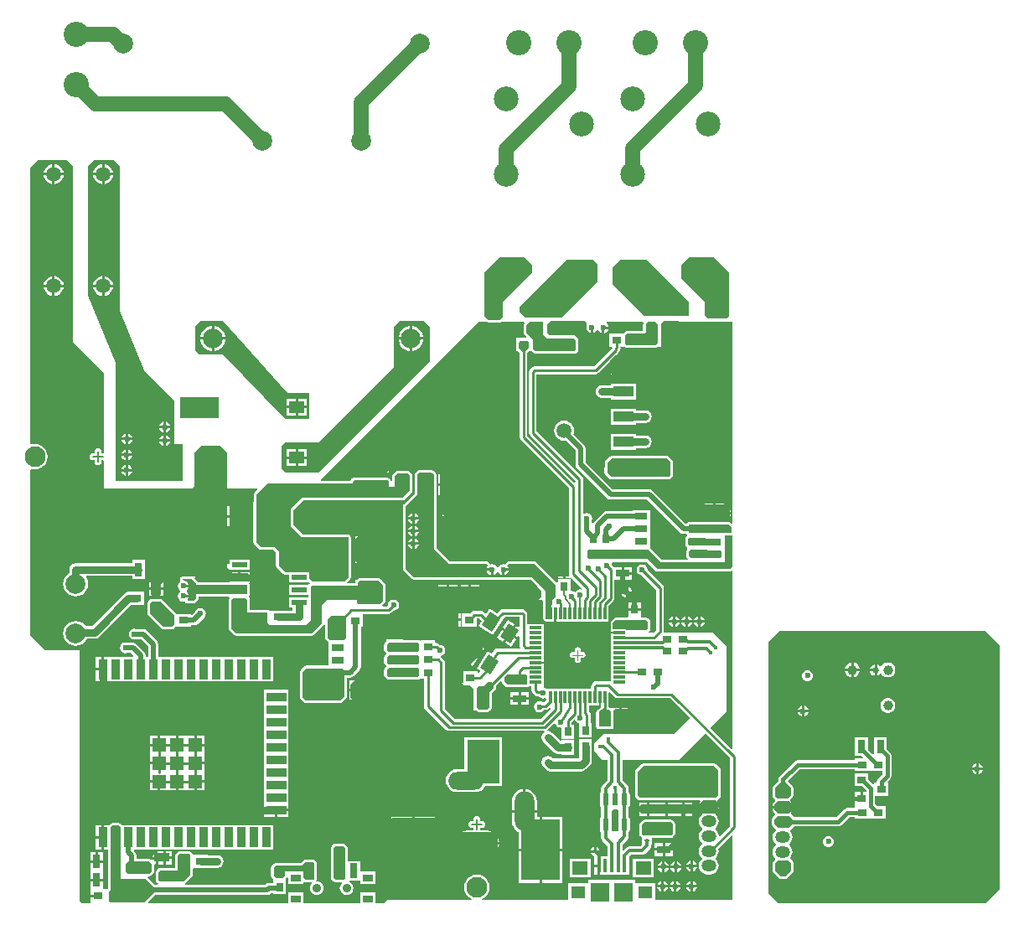
<source format=gtl>
G04*
G04 #@! TF.GenerationSoftware,Altium Limited,Altium Designer,24.2.2 (26)*
G04*
G04 Layer_Physical_Order=1*
G04 Layer_Color=255*
%FSLAX25Y25*%
%MOIN*%
G70*
G04*
G04 #@! TF.SameCoordinates,F296BD43-7A1A-4B5F-AFD2-8FBC70BB071E*
G04*
G04*
G04 #@! TF.FilePolarity,Positive*
G04*
G01*
G75*
%ADD10C,0.00787*%
%ADD15C,0.00394*%
%ADD19C,0.01968*%
%ADD20C,0.01000*%
%ADD24R,0.03150X0.05512*%
%ADD26R,0.03800X0.03100*%
%ADD30R,0.05512X0.03150*%
%ADD35R,0.01181X0.04724*%
%ADD36R,0.04724X0.01181*%
%ADD40R,0.03100X0.03800*%
%ADD52R,0.04724X0.06299*%
%ADD53R,0.12992X0.06299*%
%ADD57R,0.06102X0.04724*%
%ADD58R,0.05906X0.01968*%
%ADD110C,0.08268*%
%ADD113R,0.03543X0.03150*%
%ADD114R,0.11811X0.05906*%
%ADD115R,0.05118X0.02559*%
G04:AMPARAMS|DCode=116|XSize=62.99mil|YSize=49.21mil|CornerRadius=0mil|HoleSize=0mil|Usage=FLASHONLY|Rotation=237.000|XOffset=0mil|YOffset=0mil|HoleType=Round|Shape=Rectangle|*
%AMROTATEDRECTD116*
4,1,4,-0.00348,0.03982,0.03779,0.01301,0.00348,-0.03982,-0.03779,-0.01301,-0.00348,0.03982,0.0*
%
%ADD116ROTATEDRECTD116*%

%ADD117R,0.01968X0.01575*%
%ADD118R,0.03150X0.03543*%
%ADD119R,0.05236X0.05236*%
%ADD120R,0.03543X0.07874*%
%ADD121R,0.07874X0.03543*%
G04:AMPARAMS|DCode=122|XSize=47.64mil|YSize=23.23mil|CornerRadius=2.9mil|HoleSize=0mil|Usage=FLASHONLY|Rotation=270.000|XOffset=0mil|YOffset=0mil|HoleType=Round|Shape=RoundedRectangle|*
%AMROUNDEDRECTD122*
21,1,0.04764,0.01742,0,0,270.0*
21,1,0.04183,0.02323,0,0,270.0*
1,1,0.00581,-0.00871,-0.02092*
1,1,0.00581,-0.00871,0.02092*
1,1,0.00581,0.00871,0.02092*
1,1,0.00581,0.00871,-0.02092*
%
%ADD122ROUNDEDRECTD122*%
%ADD123R,0.03937X0.01968*%
%ADD124R,0.02087X0.01142*%
%ADD125R,0.07480X0.07480*%
%ADD126R,0.06299X0.05512*%
%ADD127R,0.05709X0.05118*%
%ADD128R,0.01575X0.05315*%
%ADD129R,0.15354X0.24410*%
%ADD130R,0.12992X0.17323*%
%ADD131R,0.02756X0.05906*%
%ADD132R,0.03937X0.03150*%
%ADD133R,0.04724X0.02559*%
%ADD134R,0.13386X0.05118*%
%ADD135R,0.08465X0.08858*%
%ADD136R,0.07874X0.04331*%
%ADD137R,0.24410X0.15354*%
%ADD138R,0.17323X0.12992*%
%ADD139C,0.01500*%
%ADD140C,0.01470*%
%ADD141C,0.01100*%
%ADD142C,0.00800*%
%ADD143C,0.01200*%
%ADD144C,0.02000*%
%ADD145C,0.00900*%
%ADD146C,0.01181*%
%ADD147C,0.03000*%
%ADD148C,0.06000*%
%ADD149R,0.06400X0.03550*%
%ADD150C,0.03937*%
%ADD151O,0.05906X0.04724*%
%ADD152C,0.05906*%
%ADD153C,0.09843*%
%ADD154C,0.01181*%
%ADD155O,0.14173X0.07087*%
%ADD156O,0.07874X0.15748*%
%ADD157O,0.15748X0.07874*%
%ADD158C,0.03543*%
%ADD159C,0.07874*%
%ADD160C,0.10039*%
%ADD161O,0.07087X0.14173*%
%ADD162C,0.02362*%
%ADD163C,0.02500*%
%ADD164C,0.01575*%
%ADD165C,0.01772*%
%ADD166C,0.02400*%
G36*
X266079Y242774D02*
Y236874D01*
X248579D01*
X235779Y249674D01*
Y256174D01*
X238979Y259374D01*
X249479D01*
X266079Y242774D01*
D02*
G37*
G36*
X229779Y257703D02*
X229779Y250574D01*
X215579Y236374D01*
X200979D01*
X198879Y238474D01*
Y240645D01*
X217608Y259374D01*
X228108D01*
X229779Y257703D01*
D02*
G37*
G36*
X282269Y254443D02*
X282303Y237091D01*
X281188Y235974D01*
X273798Y235974D01*
X272358Y237414D01*
Y242447D01*
X263188Y251617D01*
Y257294D01*
X266298Y260404D01*
X276308D01*
X282269Y254443D01*
D02*
G37*
G36*
X203899Y257294D02*
X203899Y254194D01*
X192109Y242404D01*
X192109Y236604D01*
X190829Y235324D01*
X186547Y235324D01*
X184783Y237091D01*
X184818Y254443D01*
X190779Y260404D01*
X200789D01*
X203899Y257294D01*
D02*
G37*
G36*
X253679Y233474D02*
Y226174D01*
X252679Y225174D01*
X241379D01*
X240779Y225774D01*
Y229174D01*
X241479Y229874D01*
X248530D01*
X248979Y230174D01*
Y233574D01*
X249879Y234474D01*
X252679D01*
X253679Y233474D01*
D02*
G37*
G36*
X262479Y234524D02*
X283622D01*
Y154426D01*
X283160Y154235D01*
X282800Y154595D01*
X282469Y154816D01*
X282079Y154894D01*
X273320D01*
X272861Y154994D01*
Y155074D01*
X266379D01*
X265743Y155709D01*
Y155322D01*
X265743Y154994D01*
X265459Y154612D01*
X265433Y154595D01*
X265320Y154426D01*
X264789Y154391D01*
X251764Y167416D01*
X251102Y167858D01*
X250322Y168013D01*
X235823D01*
X225118Y178719D01*
Y184296D01*
X225118Y184296D01*
X224963Y185077D01*
X224521Y185738D01*
X224521Y185738D01*
X220246Y190013D01*
X220349Y190262D01*
X220485Y191293D01*
X220349Y192325D01*
X219951Y193287D01*
X219317Y194113D01*
X218492Y194746D01*
X217530Y195144D01*
X216498Y195280D01*
X215466Y195144D01*
X214505Y194746D01*
X213679Y194113D01*
X213045Y193287D01*
X212647Y192325D01*
X212511Y191293D01*
X212647Y190262D01*
X213045Y189300D01*
X213679Y188474D01*
X214505Y187841D01*
X215466Y187442D01*
X216498Y187307D01*
X217105Y187386D01*
X221040Y183452D01*
Y177874D01*
X221195Y177094D01*
X221637Y176432D01*
X233537Y164532D01*
X233537Y164532D01*
X234198Y164090D01*
X234979Y163935D01*
X234979Y163935D01*
X249477D01*
X262580Y150832D01*
X263242Y150390D01*
X264022Y150235D01*
X264022Y150235D01*
X265075D01*
X265437Y149815D01*
X265422Y149359D01*
X264958Y148895D01*
X264737Y148564D01*
X264659Y148174D01*
Y146174D01*
X264737Y145784D01*
X264958Y145453D01*
X265470Y144940D01*
X265642Y144698D01*
X265512Y144249D01*
X265358Y144095D01*
X265137Y143764D01*
X265059Y143374D01*
Y141474D01*
X265137Y141084D01*
X265358Y140753D01*
X265667Y140444D01*
X265567Y139976D01*
X265264Y139944D01*
X255451D01*
X250875Y144520D01*
X250814Y144994D01*
X250814Y144994D01*
X250814Y144994D01*
Y149554D01*
X250814D01*
Y149995D01*
X250814D01*
Y154553D01*
X250814D01*
Y154994D01*
X250814D01*
Y159554D01*
X243696D01*
Y159313D01*
X233629D01*
X232848Y159158D01*
X232187Y158716D01*
X228487Y155016D01*
X228118Y154464D01*
X227618Y154576D01*
Y155500D01*
X227633Y155523D01*
X227803Y156374D01*
X227633Y157225D01*
X227151Y157947D01*
X226430Y158429D01*
X225579Y158598D01*
X224728Y158429D01*
X224549Y158309D01*
X224108Y158545D01*
Y171874D01*
X223992Y172459D01*
X223660Y172956D01*
X205608Y191007D01*
Y213761D01*
X228996D01*
X229581Y213877D01*
X230077Y214209D01*
X234837Y218969D01*
X234879Y218952D01*
Y219374D01*
X236729Y221224D01*
X237093D01*
X238231Y222362D01*
X238236Y222363D01*
X238247Y222353D01*
X238795Y223173D01*
X238989Y224149D01*
X238970D01*
Y224754D01*
X240340D01*
X240531Y224580D01*
X240658Y224453D01*
X240989Y224232D01*
X241379Y224154D01*
X252679D01*
X253069Y224232D01*
X253400Y224453D01*
X253429Y224482D01*
X253829Y224724D01*
X254324Y224729D01*
X254329Y224724D01*
Y224724D01*
X255229D01*
Y233874D01*
X256379Y235024D01*
X261979D01*
X262479Y234524D01*
D02*
G37*
G36*
X208179Y229674D02*
X209779Y228074D01*
X220479D01*
X221279Y227274D01*
Y223474D01*
X220679Y222874D01*
X205279D01*
X204079Y224074D01*
Y227574D01*
X201479Y230174D01*
Y233374D01*
X202779Y234674D01*
X208179D01*
Y229674D01*
D02*
G37*
G36*
X202329Y224024D02*
X200879Y222574D01*
X199979D01*
X198529Y224024D01*
Y226424D01*
X198679Y226574D01*
X202329D01*
Y224024D01*
D02*
G37*
G36*
X225329Y234124D02*
Y231281D01*
X225538D01*
X225657Y231250D01*
X226056Y230651D01*
X226778Y230170D01*
X227129Y230100D01*
Y232224D01*
X228129D01*
Y230100D01*
X228480Y230170D01*
X229201Y230651D01*
X229601Y231250D01*
X229719Y231281D01*
X230038D01*
X230156Y231250D01*
X230556Y230651D01*
X231278Y230170D01*
X231629Y230100D01*
Y232224D01*
X232129D01*
Y232724D01*
X234253D01*
X234183Y233075D01*
X233701Y233797D01*
X233361Y234024D01*
X233512Y234524D01*
X247810D01*
X248077Y234024D01*
X248037Y233964D01*
X247959Y233574D01*
Y230894D01*
X241479D01*
X241089Y230816D01*
X240758Y230595D01*
X240058Y229895D01*
X240030Y229854D01*
X234540D01*
Y224754D01*
X235636D01*
X235797Y224254D01*
X228362Y216819D01*
X204664D01*
X204079Y216703D01*
X203583Y216371D01*
X202997Y215786D01*
X202666Y215289D01*
X202549Y214704D01*
Y190374D01*
X202666Y189789D01*
X202997Y189293D01*
X221008Y171282D01*
X220969Y170915D01*
X220488Y170728D01*
X201958Y189258D01*
Y222212D01*
X202771Y223024D01*
X203329D01*
X203329Y223024D01*
Y223024D01*
X203329Y223024D01*
X203787Y222924D01*
X204558Y222153D01*
X204889Y221932D01*
X205279Y221854D01*
X220679D01*
X221069Y221932D01*
X221400Y222153D01*
X222000Y222753D01*
X222221Y223084D01*
X222298Y223474D01*
Y227274D01*
X222221Y227664D01*
X222000Y227995D01*
X221200Y228795D01*
X220869Y229016D01*
X220659Y229064D01*
X220659Y229064D01*
Y229374D01*
X210679D01*
X209829Y230224D01*
Y233574D01*
X211179Y234924D01*
X224529D01*
X225329Y234124D01*
D02*
G37*
G36*
X79079Y196274D02*
X63679D01*
Y204574D01*
X79079D01*
Y196274D01*
D02*
G37*
G36*
X106579Y206374D02*
X115079D01*
Y195874D01*
X105579D01*
X80945Y221474D01*
X71579D01*
X69879Y223174D01*
X69879Y232824D01*
X71879Y234824D01*
X80813D01*
X106579Y206374D01*
D02*
G37*
G36*
X21229Y296324D02*
Y226274D01*
X33379Y214124D01*
Y182567D01*
X33047Y182295D01*
X32500D01*
Y182843D01*
X32392Y183386D01*
X32083Y183847D01*
X31622Y184155D01*
X31079Y184264D01*
X30535Y184155D01*
X30074Y183847D01*
X29766Y183386D01*
X29658Y182843D01*
Y182295D01*
X29110D01*
X28566Y182187D01*
X28105Y181879D01*
X27797Y181418D01*
X27689Y180874D01*
X27797Y180330D01*
X28105Y179869D01*
X28566Y179561D01*
X29110Y179453D01*
X29658D01*
Y178905D01*
X29766Y178362D01*
X30074Y177901D01*
X30535Y177593D01*
X31079Y177485D01*
X31622Y177593D01*
X32083Y177901D01*
X32392Y178362D01*
X32500Y178905D01*
Y179453D01*
X33047D01*
X33379Y179181D01*
Y168274D01*
X68579D01*
X69329Y169024D01*
Y182424D01*
X72079Y185174D01*
X79779D01*
X82529Y182424D01*
Y168274D01*
X94363D01*
X94555Y167812D01*
X93358Y166615D01*
X93137Y166284D01*
X93059Y165894D01*
Y163198D01*
X93037Y163164D01*
X92959Y162774D01*
Y146834D01*
X93037Y146444D01*
X93258Y146113D01*
X95118Y144253D01*
X95449Y144032D01*
X95839Y143954D01*
X100729Y143954D01*
X101959Y142724D01*
Y137574D01*
X102037Y137184D01*
X102258Y136853D01*
X104758Y134353D01*
X105089Y134132D01*
X105479Y134054D01*
X107037D01*
Y131090D01*
X114921D01*
X115346Y130665D01*
X115344Y130613D01*
X115188Y130165D01*
X114886D01*
Y130058D01*
X107037D01*
Y126090D01*
X114659D01*
Y125058D01*
X107037D01*
Y121090D01*
X108441D01*
Y119723D01*
X105629D01*
Y119724D01*
X99829D01*
Y119724D01*
X99329D01*
D01*
X99067Y119817D01*
X98929Y119866D01*
X98891Y119874D01*
X98539Y119944D01*
X91398D01*
Y123974D01*
X91321Y124364D01*
X91321Y124365D01*
Y125058D01*
X91309D01*
X91158Y125558D01*
X91300Y125653D01*
X91521Y125984D01*
X91598Y126374D01*
Y129874D01*
X91521Y130264D01*
X91300Y130595D01*
X91321Y131090D01*
X91321Y131182D01*
Y131766D01*
X90729Y131174D01*
X83415D01*
Y131090D01*
X82996Y130894D01*
X71035D01*
X71021Y130964D01*
X70800Y131295D01*
X69615Y132480D01*
X69822Y132980D01*
X70123D01*
X69330Y133773D01*
Y133409D01*
X68889Y133129D01*
X68830Y133124D01*
X68479Y133194D01*
X64730Y133194D01*
X64583Y133164D01*
X64574Y133163D01*
X64570Y133164D01*
X64568Y133163D01*
X64434Y133150D01*
X64389Y133126D01*
X64340Y133116D01*
X64227Y133041D01*
X64195Y133030D01*
X64176Y133012D01*
X64083Y132962D01*
X64051Y132923D01*
X64009Y132895D01*
X63950Y132807D01*
X63901Y132763D01*
X63876Y132710D01*
X63831Y132655D01*
X63820Y132636D01*
X63808Y132594D01*
X63788Y132564D01*
X63774Y132494D01*
X63731Y132403D01*
X63727Y132327D01*
X63705Y132255D01*
X63712Y132183D01*
X63710Y132174D01*
X63716Y132146D01*
X63717Y132131D01*
X63711Y132006D01*
X63736Y131934D01*
X63744Y131859D01*
X63803Y131749D01*
X63845Y131631D01*
X63998Y131375D01*
X63506Y131046D01*
X63024Y130325D01*
X62855Y129474D01*
X63024Y128623D01*
X63506Y127901D01*
X63772Y127724D01*
Y127224D01*
X63506Y127047D01*
X63024Y126325D01*
X62855Y125474D01*
X63024Y124623D01*
X63506Y123901D01*
X64228Y123419D01*
X65079Y123250D01*
X65800Y123394D01*
X65928Y123084D01*
X66149Y122753D01*
X66480Y122532D01*
X66870Y122454D01*
X68979D01*
X69369Y122532D01*
X69700Y122753D01*
X69700Y122753D01*
X70800Y123853D01*
X71021Y124184D01*
X71098Y124574D01*
Y125354D01*
X83038D01*
X83415Y125058D01*
Y124531D01*
X83237Y124264D01*
X83159Y123874D01*
Y112674D01*
X83237Y112284D01*
X83458Y111953D01*
X83458Y111953D01*
X85388Y110023D01*
X85719Y109802D01*
X86109Y109724D01*
X116249D01*
X116639Y109802D01*
X116970Y110023D01*
X121000Y114053D01*
X121059Y114142D01*
X121559Y113990D01*
Y108974D01*
X121637Y108584D01*
X121858Y108253D01*
X122908Y107203D01*
X122977Y107157D01*
Y102754D01*
X122977D01*
Y102313D01*
X122977D01*
Y97794D01*
X113929Y97794D01*
X113539Y97716D01*
X113208Y97495D01*
X111658Y95945D01*
X111437Y95614D01*
X111359Y95224D01*
X111359Y85224D01*
X111437Y84834D01*
X111658Y84503D01*
X113008Y83153D01*
X113339Y82932D01*
X113729Y82854D01*
X127479D01*
X127869Y82932D01*
X128200Y83153D01*
X130000Y84953D01*
X130221Y85284D01*
X130298Y85674D01*
Y93011D01*
X131389D01*
X132163Y93165D01*
X132819Y93603D01*
X135059Y95843D01*
X135498Y96500D01*
X135652Y97274D01*
Y113124D01*
X136529D01*
Y118224D01*
X136971Y118364D01*
X146698D01*
X147284Y118481D01*
X147780Y118812D01*
X148628Y119660D01*
X148679Y119650D01*
X149530Y119819D01*
X150251Y120301D01*
X150733Y121023D01*
X150903Y121874D01*
X150733Y122725D01*
X150251Y123447D01*
X149530Y123929D01*
X148679Y124098D01*
X147828Y123929D01*
X147106Y123447D01*
X146624Y122725D01*
X146455Y121874D01*
X146465Y121823D01*
X146065Y121423D01*
X144457D01*
X144250Y121923D01*
X145216Y122889D01*
X145437Y123220D01*
X145514Y123610D01*
Y129878D01*
X145437Y130268D01*
X145216Y130599D01*
X145216Y130599D01*
X144071Y131744D01*
Y132032D01*
X143783D01*
X143590Y132225D01*
X143259Y132446D01*
X142869Y132524D01*
X135049D01*
X134659Y132446D01*
X134328Y132225D01*
X134134Y132032D01*
X133607D01*
Y131453D01*
X133487Y131274D01*
X133409Y130884D01*
X133296Y130734D01*
X133056Y130494D01*
X130247D01*
X130040Y130994D01*
X131400Y132353D01*
X131621Y132684D01*
X131698Y133074D01*
Y148899D01*
X131621Y149289D01*
X131400Y149620D01*
X131069Y149841D01*
X130679Y149919D01*
X112676D01*
X108898Y153696D01*
X108898Y159652D01*
X112701Y163454D01*
X152179Y163454D01*
X152569Y163532D01*
X152900Y163753D01*
X154877Y165730D01*
X155120D01*
Y165973D01*
X156000Y166853D01*
X156221Y167184D01*
X156298Y167574D01*
Y171174D01*
Y173374D01*
X156221Y173764D01*
X156000Y174095D01*
X156000Y174095D01*
X155130Y174965D01*
X155130Y174965D01*
X154799Y175186D01*
X154409Y175264D01*
X150189D01*
X149799Y175186D01*
X149468Y174965D01*
X148532Y174029D01*
X148395D01*
Y173861D01*
X148237Y173624D01*
X148159Y173234D01*
Y171226D01*
X147668Y171204D01*
X147591Y171594D01*
X147370Y171925D01*
X146870Y172425D01*
X146539Y172646D01*
X146149Y172724D01*
X133019D01*
X132629Y172646D01*
X132298Y172425D01*
X132081Y172209D01*
X131923D01*
Y172050D01*
X131698Y171825D01*
X131477Y171494D01*
X131457Y171394D01*
X119952D01*
X119760Y171855D01*
X182429Y234524D01*
X185944D01*
X185990Y234494D01*
X186156Y234382D01*
X186156Y234382D01*
X186157Y234382D01*
X186349Y234344D01*
X186546Y234304D01*
X186546Y234304D01*
X186547Y234304D01*
X190829Y234304D01*
X191219Y234382D01*
X191431Y234524D01*
X200568D01*
X200710Y234024D01*
X200537Y233764D01*
X200459Y233374D01*
Y230174D01*
X200537Y229784D01*
X200758Y229453D01*
X201625Y228586D01*
X201433Y228124D01*
X197529D01*
Y226522D01*
X197509Y226424D01*
Y224024D01*
X197529Y223925D01*
Y223024D01*
X198087D01*
X198899Y222212D01*
Y188624D01*
X199016Y188039D01*
X199347Y187543D01*
X218549Y168341D01*
Y167303D01*
X218629Y167224D01*
Y133724D01*
X218129Y133224D01*
X217079D01*
Y132624D01*
X219129D01*
X219129Y132624D01*
Y132624D01*
X219593Y132497D01*
X223562Y128528D01*
X223316Y128067D01*
X222895Y128151D01*
X222044Y127981D01*
X221323Y127499D01*
X221014Y127038D01*
X220430Y127429D01*
X219579Y127598D01*
X219515Y127585D01*
X219129Y127902D01*
Y132124D01*
X214029D01*
Y131033D01*
X213529Y130826D01*
X205531Y138824D01*
X205447Y138880D01*
X205376Y138951D01*
X205298Y139003D01*
X205297Y139003D01*
X205205Y139042D01*
X205200Y139045D01*
X205194Y139046D01*
X205033Y139113D01*
X205029Y139116D01*
X205023Y139117D01*
X204930Y139156D01*
X204837Y139174D01*
X204737D01*
X204638Y139194D01*
X194395Y139194D01*
X194380Y139191D01*
X194366Y139193D01*
X194186Y139152D01*
X194005Y139116D01*
X193992Y139108D01*
X193978Y139104D01*
X193827Y138998D01*
X193674Y138895D01*
X193666Y138883D01*
X193654Y138874D01*
X193197Y138391D01*
X193181Y138365D01*
X193158Y138347D01*
X193076Y138198D01*
X192999Y138075D01*
X192379Y138198D01*
X191528Y138029D01*
X190806Y137547D01*
X190407Y136948D01*
X190288Y136917D01*
X189970D01*
X189851Y136948D01*
X189451Y137547D01*
X188730Y138029D01*
X187879Y138198D01*
X187259Y138075D01*
X187181Y138198D01*
X187100Y138347D01*
X187076Y138365D01*
X187060Y138391D01*
X186604Y138874D01*
X186592Y138883D01*
X186584Y138895D01*
X186430Y138997D01*
X186280Y139104D01*
X186265Y139108D01*
X186253Y139116D01*
X186072Y139152D01*
X185892Y139193D01*
X185877Y139191D01*
X185863Y139194D01*
X174691Y139194D01*
X171171D01*
X165738Y144626D01*
Y173634D01*
X165719Y173732D01*
X165719Y173832D01*
X165700Y173925D01*
X165662Y174018D01*
X165661Y174024D01*
X165657Y174029D01*
X165591Y174189D01*
X165590Y174195D01*
X165586Y174200D01*
X165548Y174293D01*
X165548Y174293D01*
X165496Y174372D01*
X165425Y174443D01*
X165369Y174526D01*
X164731Y175164D01*
X164647Y175220D01*
X164576Y175291D01*
X164498Y175343D01*
X164497Y175343D01*
X164405Y175382D01*
X164400Y175385D01*
X164394Y175386D01*
X164233Y175453D01*
X164228Y175456D01*
X164223Y175457D01*
X164130Y175496D01*
X164037Y175514D01*
X163937D01*
X163838Y175534D01*
X159009Y175534D01*
X158911Y175514D01*
X158810Y175514D01*
X158717Y175496D01*
X158625Y175457D01*
X158619Y175456D01*
X158614Y175453D01*
X158453Y175386D01*
X158448Y175385D01*
X158443Y175382D01*
X158350Y175343D01*
X158350Y175343D01*
X158271Y175291D01*
X158200Y175220D01*
X158117Y175164D01*
X157469Y174516D01*
X157413Y174432D01*
X157342Y174361D01*
X157290Y174283D01*
X157289Y174283D01*
X157251Y174190D01*
X157248Y174185D01*
X157247Y174179D01*
X157180Y174019D01*
X157177Y174014D01*
X157176Y174008D01*
X157137Y173915D01*
X157119Y173822D01*
Y173722D01*
X157099Y173624D01*
Y166336D01*
X152789Y162026D01*
X152733Y161943D01*
X152662Y161872D01*
X152610Y161793D01*
X152609Y161793D01*
X152571Y161700D01*
X152568Y161695D01*
X152567Y161689D01*
X152500Y161529D01*
X152497Y161524D01*
X152496Y161518D01*
X152457Y161425D01*
X152439Y161332D01*
Y161232D01*
X152419Y161134D01*
Y136384D01*
X152439Y136286D01*
X152439Y136186D01*
X152457Y136093D01*
X152496Y136000D01*
X152497Y135994D01*
X152500Y135989D01*
X152567Y135829D01*
X152568Y135823D01*
X152571Y135818D01*
X152609Y135725D01*
X152662Y135647D01*
X152733Y135576D01*
X152789Y135492D01*
X155857Y132424D01*
X155940Y132368D01*
X156011Y132297D01*
X156090Y132245D01*
X156090Y132245D01*
X156183Y132206D01*
X156188Y132203D01*
X156193Y132202D01*
X156354Y132135D01*
X156359Y132132D01*
X156365Y132131D01*
X156457Y132092D01*
X156550Y132074D01*
X156651D01*
X156749Y132054D01*
X203256D01*
X205825Y129486D01*
X205716Y129224D01*
X205779D01*
X207329Y127674D01*
Y125074D01*
X206179Y123924D01*
X207729D01*
Y123924D01*
X208159Y123756D01*
Y116844D01*
X208179Y116746D01*
X208179Y116646D01*
X208197Y116553D01*
X208197Y116553D01*
Y116553D01*
X208236Y116460D01*
X208237Y116454D01*
X208240Y116449D01*
X208307Y116289D01*
X208308Y116283D01*
X208311Y116278D01*
X208349Y116185D01*
X208349Y116185D01*
X208402Y116107D01*
X208473Y116036D01*
X208529Y115952D01*
X208857Y115624D01*
X208940Y115568D01*
X209011Y115497D01*
X209090Y115445D01*
X209090Y115445D01*
X209183Y115406D01*
X209188Y115403D01*
X209193Y115402D01*
X209354Y115335D01*
X209359Y115332D01*
X209365Y115331D01*
X209457Y115293D01*
X209457D01*
X209550Y115274D01*
X209651Y115274D01*
X209749Y115254D01*
X211319D01*
X211418Y115274D01*
X211518Y115274D01*
X211619Y115294D01*
X211712Y115332D01*
X211810Y115352D01*
X211858Y115384D01*
X212633D01*
Y118746D01*
X213388D01*
Y115384D01*
X234286D01*
Y121747D01*
X236160Y123621D01*
X236492Y124117D01*
X236608Y124702D01*
Y131959D01*
X239379D01*
Y134534D01*
Y137109D01*
X236191D01*
X236160Y137155D01*
X235593Y137723D01*
X235603Y137774D01*
X235437Y138609D01*
X235424Y138698D01*
X235698Y139109D01*
X249511Y139109D01*
X252966Y135653D01*
X253297Y135432D01*
X253687Y135354D01*
X282479D01*
X282869Y135432D01*
X283122Y135601D01*
X283622Y135454D01*
Y64897D01*
X283160Y64705D01*
X274810Y73055D01*
X281238Y79483D01*
Y105415D01*
X279779Y106874D01*
Y106874D01*
X275788Y110865D01*
X256501D01*
X256184Y111251D01*
X256208Y111374D01*
Y128707D01*
X256092Y129292D01*
X255760Y129789D01*
X249781Y135767D01*
X249803Y135874D01*
X249633Y136725D01*
X249151Y137446D01*
X248430Y137929D01*
X247579Y138098D01*
X246728Y137929D01*
X246006Y137446D01*
X245524Y136725D01*
X245355Y135874D01*
X245524Y135023D01*
X246006Y134301D01*
X246728Y133819D01*
X247571Y133652D01*
X253149Y128074D01*
Y112007D01*
X252007Y110865D01*
X250419D01*
X250212Y111365D01*
X250650Y111803D01*
X250871Y112134D01*
X250948Y112524D01*
Y115074D01*
X250871Y115464D01*
X250650Y115795D01*
X249700Y116745D01*
X249369Y116966D01*
X248979Y117044D01*
X247533D01*
X247129Y117274D01*
X247129Y117544D01*
Y119674D01*
X244579D01*
X242029D01*
Y117544D01*
X242029Y117274D01*
X241624Y117044D01*
X236879D01*
X236489Y116966D01*
X236158Y116745D01*
X235108Y115695D01*
X234887Y115364D01*
X234809Y114974D01*
Y112224D01*
X234887Y111834D01*
X235108Y111503D01*
X235239Y111416D01*
Y111250D01*
X235598D01*
X235829Y111204D01*
X238601D01*
Y110494D01*
X235239D01*
Y107313D01*
Y103376D01*
Y99439D01*
Y95502D01*
Y91713D01*
X234935Y91492D01*
X234739Y91445D01*
X234638Y91513D01*
X234053Y91629D01*
X229344D01*
X228759Y91513D01*
X228263Y91181D01*
X227677Y90595D01*
X227345Y90099D01*
X227229Y89514D01*
Y88644D01*
X209622D01*
X209121Y88979D01*
X208508Y89101D01*
X208499Y89597D01*
X208499D01*
Y91565D01*
Y95502D01*
Y98684D01*
X205136D01*
Y99439D01*
X208499D01*
Y99439D01*
Y103376D01*
Y107313D01*
Y111250D01*
Y114431D01*
X201918D01*
Y118130D01*
X201798Y118734D01*
X201455Y119247D01*
X200811Y119892D01*
X200298Y120234D01*
X199694Y120354D01*
X192129D01*
X191524Y120234D01*
X191011Y119892D01*
X189850Y118730D01*
X186929Y120627D01*
X185667Y118684D01*
X185170Y118632D01*
X184610Y119192D01*
X184098Y119534D01*
X183493Y119654D01*
X180879D01*
X180274Y119534D01*
X179761Y119192D01*
X179094Y118524D01*
X175879D01*
Y113424D01*
X181679D01*
Y116494D01*
X182838D01*
X183691Y115641D01*
X182409Y113666D01*
X188214Y109897D01*
X192734Y116857D01*
D01*
X193063Y117194D01*
X198758D01*
Y113469D01*
X198318Y113231D01*
X197515Y113752D01*
X195527Y110691D01*
X198010Y109079D01*
X198278Y109492D01*
X198758Y109350D01*
Y105903D01*
X198878Y105298D01*
X199025Y105079D01*
X198757Y104579D01*
X190076D01*
X189472Y104458D01*
X188959Y104116D01*
X188555Y103712D01*
X188463Y103574D01*
X188347Y103455D01*
X187836Y102668D01*
X186259Y103693D01*
X181739Y96732D01*
X183010Y95907D01*
X183062Y95410D01*
X182629Y94976D01*
X182129Y95183D01*
Y95624D01*
X176479D01*
X176329Y95474D01*
Y90943D01*
X176131Y90798D01*
X175829Y91005D01*
Y92574D01*
X175679D01*
X175679Y90974D01*
X176679Y89974D01*
X179279D01*
X180629Y88624D01*
Y80174D01*
X180279Y79824D01*
X181229D01*
X181229Y79824D01*
X181229Y79824D01*
X181729D01*
X181836Y79743D01*
X181915Y79683D01*
X182246Y79462D01*
X182636Y79384D01*
X186019D01*
X186409Y79462D01*
X186740Y79683D01*
X186881Y79824D01*
X187529D01*
Y80472D01*
X187600Y80543D01*
X187821Y80874D01*
X187898Y81264D01*
Y86862D01*
X189188Y88152D01*
X189409Y88482D01*
X189487Y88872D01*
Y89869D01*
X191272Y91655D01*
X191293Y91646D01*
X191724Y91399D01*
X191787Y91084D01*
X192008Y90753D01*
X193158Y89603D01*
X193489Y89382D01*
X193879Y89304D01*
X201629D01*
X202019Y89382D01*
X202340Y89597D01*
X203607D01*
Y87961D01*
X203724Y87375D01*
X204055Y86879D01*
X204831Y86103D01*
X205327Y85772D01*
X205913Y85655D01*
X206495D01*
X206698Y85352D01*
X207419Y84869D01*
X208270Y84700D01*
X208951Y84836D01*
X209404Y84563D01*
X209438Y84069D01*
X208583Y83214D01*
X208026D01*
X207630Y83479D01*
X206779Y83648D01*
X205928Y83479D01*
X205206Y82996D01*
X204724Y82275D01*
X204555Y81424D01*
X204724Y80573D01*
X205206Y79852D01*
X205928Y79369D01*
X206779Y79200D01*
X207630Y79369D01*
X208351Y79852D01*
X208554Y80155D01*
X209217D01*
X209802Y80272D01*
X210298Y80603D01*
X210670Y80975D01*
X211212Y80810D01*
X211235Y80694D01*
X207145Y76603D01*
X173162D01*
X169158Y80607D01*
Y98824D01*
X169042Y99409D01*
X168710Y99906D01*
X167410Y101206D01*
X167409Y101253D01*
X167519Y101738D01*
X167930Y101820D01*
X168651Y102302D01*
X169133Y103023D01*
X169303Y103874D01*
X169133Y104725D01*
X168651Y105447D01*
X167930Y105929D01*
X167095Y106095D01*
X166905Y106297D01*
X166884Y106312D01*
X166870Y106334D01*
X166643Y106485D01*
X166420Y106645D01*
X166395Y106651D01*
X166374Y106665D01*
X166105Y106719D01*
X165839Y106781D01*
X165814Y106776D01*
X165789Y106781D01*
X165289D01*
Y107802D01*
X159489D01*
X159489Y107802D01*
X159117Y107703D01*
X158989Y107802D01*
Y107802D01*
X158515Y107866D01*
X158379Y107894D01*
X152536D01*
Y108274D01*
X145811D01*
Y107755D01*
X145811Y107755D01*
X145811D01*
X145745Y107282D01*
X145258Y106795D01*
X145037Y106464D01*
X144959Y106074D01*
Y104074D01*
X145037Y103684D01*
X145258Y103353D01*
X145490Y103121D01*
X145811Y102754D01*
X145745Y102282D01*
X145258Y101795D01*
X145037Y101464D01*
X144959Y101074D01*
Y99074D01*
X145037Y98684D01*
X145258Y98353D01*
X145490Y98121D01*
X145811Y97755D01*
X145745Y97282D01*
X145258Y96795D01*
X145037Y96464D01*
X144959Y96074D01*
Y94074D01*
X145037Y93684D01*
X145258Y93353D01*
X145811Y92800D01*
Y92755D01*
X145856D01*
X146058Y92553D01*
X146389Y92332D01*
X146779Y92254D01*
X158279D01*
X158554Y92309D01*
X158669Y92332D01*
X158796Y92385D01*
X158989Y92466D01*
D01*
X159489D01*
X159489Y92466D01*
X160859D01*
Y81664D01*
X160976Y81079D01*
X161307Y80583D01*
X169597Y72293D01*
X170094Y71961D01*
X170679Y71845D01*
X208526D01*
X208678Y71345D01*
X208276Y71076D01*
X207724Y70249D01*
X207530Y69274D01*
X207724Y68299D01*
X208276Y67472D01*
X212326Y63422D01*
X213153Y62869D01*
X214129Y62675D01*
X215529D01*
Y62324D01*
X220629D01*
Y68124D01*
X215529D01*
Y68124D01*
X215029Y67929D01*
X211881Y71076D01*
X211054Y71629D01*
X210079Y71823D01*
X210069Y71821D01*
X209874Y72292D01*
X209874Y72293D01*
X212497Y74915D01*
X212975Y74770D01*
X213024Y74523D01*
X213506Y73801D01*
X214228Y73320D01*
X215079Y73150D01*
X215142Y73163D01*
X215529Y72846D01*
Y68624D01*
X220629D01*
Y74424D01*
X219608D01*
Y75336D01*
X220410Y76138D01*
X220985Y76006D01*
X221356Y75452D01*
X222077Y74970D01*
X222529Y74880D01*
Y69124D01*
X227629D01*
Y74924D01*
X227138D01*
Y78293D01*
X227022Y78878D01*
X226691Y79375D01*
X226351Y79714D01*
Y81919D01*
X231200D01*
Y81329D01*
X231036Y81165D01*
X230789Y81116D01*
X230458Y80895D01*
X230387Y80824D01*
X229829D01*
Y80266D01*
X229608Y80045D01*
X229387Y79714D01*
X229309Y79324D01*
Y73474D01*
X229387Y73084D01*
X229608Y72753D01*
X229939Y72532D01*
X230329Y72454D01*
X235129D01*
X235519Y72532D01*
X235850Y72753D01*
X236071Y73084D01*
X236148Y73474D01*
Y75724D01*
X236179D01*
Y79774D01*
X236879Y80474D01*
X238529D01*
Y80824D01*
X236129D01*
Y80824D01*
X235629Y80816D01*
Y80824D01*
X235171D01*
X235150Y80845D01*
X234819Y81066D01*
X234429Y81144D01*
X234343D01*
X234157Y81329D01*
Y81919D01*
X234286D01*
Y87050D01*
X234748Y87242D01*
X236647Y85343D01*
X237143Y85011D01*
X237729Y84895D01*
X258645D01*
X266572Y76968D01*
X260279Y70674D01*
X232229D01*
X228624Y67069D01*
X228461Y63989D01*
X231502Y60224D01*
X233756D01*
Y52262D01*
X231769Y50275D01*
X231385Y49701D01*
X231251Y49024D01*
X231251Y49024D01*
Y47508D01*
X231218Y47487D01*
X230933Y47060D01*
X230833Y46556D01*
Y42373D01*
X230933Y41870D01*
X231218Y41443D01*
X231251Y41421D01*
Y37627D01*
X231218Y37605D01*
X230933Y37178D01*
X230833Y36675D01*
Y32491D01*
X230933Y31988D01*
X231218Y31561D01*
X231251Y31539D01*
Y29324D01*
X231385Y28647D01*
X231769Y28073D01*
X231904Y27983D01*
X233799Y26088D01*
Y21897D01*
X230095D01*
X229943Y22397D01*
X230193Y22564D01*
X230610Y23188D01*
X230657Y23424D01*
X227011D01*
X227058Y23188D01*
X227474Y22564D01*
X228098Y22148D01*
X228171Y22133D01*
X228573Y21897D01*
X228573Y21543D01*
Y18740D01*
X230361D01*
Y18240D01*
X230861D01*
Y14582D01*
X242384D01*
Y21897D01*
X242384Y21897D01*
X242384D01*
X242705Y22243D01*
X243055Y22593D01*
X247629D01*
X248253Y22717D01*
X248782Y23070D01*
X250732Y25021D01*
X251086Y25550D01*
X251210Y26174D01*
Y26724D01*
X251622D01*
Y29254D01*
X258979D01*
X259369Y29332D01*
X259679Y29539D01*
X259935D01*
Y29788D01*
X260400Y30253D01*
X260400Y30253D01*
X260621Y30584D01*
X260698Y30974D01*
X260698Y34774D01*
X260621Y35164D01*
X260400Y35495D01*
X260400Y35495D01*
X259700Y36195D01*
X259700Y36195D01*
X259369Y36416D01*
X258979Y36494D01*
X248579Y36494D01*
X248189Y36416D01*
X247858Y36195D01*
X246858Y35195D01*
X246637Y34864D01*
X246559Y34474D01*
Y30774D01*
X246637Y30384D01*
X246858Y30053D01*
X247358Y29553D01*
X247535Y29434D01*
Y26724D01*
X247535Y26724D01*
X247535D01*
X247377Y26279D01*
X246953Y25855D01*
X242379D01*
X241754Y25731D01*
X241225Y25378D01*
X240269Y24421D01*
X239807Y24612D01*
Y26638D01*
X241751Y28582D01*
X241751Y28582D01*
X242134Y29156D01*
X242269Y29833D01*
Y31539D01*
X242301Y31561D01*
X242586Y31988D01*
X242687Y32491D01*
Y36675D01*
X242586Y37178D01*
X242301Y37605D01*
X242269Y37627D01*
Y41421D01*
X242301Y41443D01*
X242586Y41870D01*
X242687Y42373D01*
Y46556D01*
X242586Y47060D01*
X242301Y47487D01*
X242269Y47508D01*
Y49024D01*
X242269Y49024D01*
X242134Y49701D01*
X241751Y50275D01*
X239763Y52262D01*
Y60224D01*
X261979D01*
X272647Y70893D01*
X282549Y60991D01*
Y34079D01*
X278567Y30096D01*
X278039Y30276D01*
X277965Y30839D01*
X277626Y31657D01*
X277087Y32359D01*
X276775Y32599D01*
Y33229D01*
X277087Y33469D01*
X277626Y34171D01*
X277965Y34989D01*
X278081Y35867D01*
X277965Y36744D01*
X277626Y37562D01*
X277087Y38265D01*
X276775Y38504D01*
Y39024D01*
X271423D01*
Y38504D01*
X271110Y38265D01*
X270571Y37562D01*
X270233Y36744D01*
X270117Y35867D01*
X270233Y34989D01*
X270571Y34171D01*
X271110Y33469D01*
X271423Y33229D01*
Y32599D01*
X271110Y32359D01*
X270571Y31657D01*
X270233Y30839D01*
X270117Y29961D01*
X270233Y29084D01*
X270571Y28266D01*
X271110Y27563D01*
X271423Y27324D01*
Y26693D01*
X271110Y26454D01*
X270571Y25751D01*
X270233Y24934D01*
X270117Y24056D01*
X270233Y23178D01*
X270571Y22360D01*
X271110Y21658D01*
X271423Y21418D01*
Y20788D01*
X271110Y20548D01*
X270571Y19846D01*
X270233Y19028D01*
X270117Y18150D01*
X270233Y17273D01*
X270571Y16455D01*
X271110Y15752D01*
X271813Y15213D01*
X272631Y14875D01*
X273508Y14759D01*
X274689D01*
X275567Y14875D01*
X276385Y15213D01*
X277087Y15752D01*
X277626Y16455D01*
X277965Y17273D01*
X278081Y18150D01*
X277965Y19028D01*
X277626Y19846D01*
X277087Y20548D01*
X276775Y20788D01*
Y21418D01*
X277087Y21658D01*
X277626Y22360D01*
X277965Y23178D01*
X278081Y24056D01*
X277965Y24934D01*
X277896Y25100D01*
X283160Y30364D01*
X283622Y30172D01*
Y4474D01*
X252817D01*
Y11267D01*
X245109D01*
X244943Y11699D01*
Y12448D01*
X226014D01*
Y11699D01*
X225849Y11267D01*
X218140D01*
Y4474D01*
X184067D01*
X183967Y4974D01*
X184417Y5160D01*
X185469Y5967D01*
X186276Y7019D01*
X186783Y8243D01*
X186956Y9557D01*
X186783Y10872D01*
X186276Y12096D01*
X185469Y13148D01*
X184417Y13955D01*
X183193Y14462D01*
X181879Y14635D01*
X180565Y14462D01*
X179340Y13955D01*
X178289Y13148D01*
X177482Y12096D01*
X176974Y10872D01*
X176801Y9557D01*
X176974Y8243D01*
X177482Y7019D01*
X178289Y5967D01*
X179340Y5160D01*
X179790Y4974D01*
X179691Y4474D01*
X146129D01*
X145029Y3374D01*
X141437D01*
Y7665D01*
X135500D01*
Y3374D01*
X112697D01*
Y7665D01*
X106760D01*
Y3374D01*
X51274D01*
X51083Y3836D01*
X53802Y6555D01*
X98519D01*
X99299Y6710D01*
X99961Y7152D01*
X100153Y7345D01*
X100829D01*
Y6824D01*
X105929D01*
Y12624D01*
X105929Y12624D01*
X105929D01*
X105900Y13092D01*
X105929Y13124D01*
X105929D01*
X106095Y13326D01*
X106200Y13453D01*
X106260Y13544D01*
X106760Y13392D01*
Y10783D01*
X112697D01*
Y11707D01*
X113041Y11891D01*
X113197Y11927D01*
X113489Y11732D01*
X113879Y11654D01*
X116151D01*
X116320Y11154D01*
X116288Y11129D01*
X115859Y10571D01*
X115590Y9922D01*
X115498Y9224D01*
X115590Y8527D01*
X115859Y7877D01*
X116288Y7319D01*
X116846Y6890D01*
X117496Y6621D01*
X118193Y6529D01*
X118891Y6621D01*
X119541Y6890D01*
X120099Y7319D01*
X120527Y7877D01*
X120796Y8527D01*
X120888Y9224D01*
X120796Y9922D01*
X120527Y10571D01*
X120099Y11129D01*
X119541Y11558D01*
X118891Y11827D01*
X118193Y11919D01*
X118169Y11916D01*
X117957Y12260D01*
X117923Y12387D01*
X118121Y12684D01*
X118198Y13074D01*
Y19174D01*
X118121Y19564D01*
X117900Y19895D01*
X117400Y20395D01*
X117069Y20616D01*
X116679Y20694D01*
X113679D01*
X113289Y20616D01*
X112958Y20395D01*
X111856Y19294D01*
X101779Y19294D01*
X101389Y19216D01*
X101058Y18995D01*
X100987Y18924D01*
X100829D01*
Y18766D01*
X100258Y18195D01*
X100037Y17864D01*
X99959Y17474D01*
Y14174D01*
X100037Y13784D01*
X100258Y13453D01*
X100658Y13053D01*
X100829Y12624D01*
X100829Y12624D01*
X100829D01*
X100829Y12624D01*
Y11423D01*
X99309D01*
X98528Y11268D01*
X97867Y10826D01*
X97674Y10633D01*
X65867D01*
X65715Y11133D01*
X65850Y11223D01*
X68660Y14033D01*
X68881Y14364D01*
X68958Y14754D01*
X68958Y16933D01*
X69458Y17404D01*
X71832D01*
X72229Y17325D01*
X78579D01*
X79554Y17519D01*
X80381Y18072D01*
X80934Y18899D01*
X81128Y19874D01*
X80934Y20850D01*
X80381Y21676D01*
X79554Y22229D01*
X78579Y22423D01*
X74829D01*
Y22504D01*
X69296Y22504D01*
X68886Y22712D01*
X68761Y22893D01*
X68660Y23045D01*
X68080Y23625D01*
X67749Y23846D01*
X67359Y23924D01*
X63479D01*
X63089Y23846D01*
X62758Y23625D01*
X62108Y22975D01*
X62108Y22975D01*
X61887Y22644D01*
X61809Y22254D01*
X61809Y17224D01*
X55659Y17224D01*
X55269Y17146D01*
X54938Y16925D01*
X54388Y16375D01*
X54167Y16044D01*
X54089Y15654D01*
Y12474D01*
X54167Y12084D01*
X54388Y11753D01*
X54918Y11223D01*
X55052Y11133D01*
X54901Y10633D01*
X53762D01*
X50810Y13584D01*
X50995Y14084D01*
X51569D01*
X51959Y14162D01*
X52290Y14383D01*
X53260Y15353D01*
X53481Y15684D01*
X53558Y16074D01*
Y18732D01*
X53672Y18870D01*
X54009Y19093D01*
X54229Y19050D01*
Y20674D01*
X52113D01*
X52096Y20668D01*
X51829Y20846D01*
X51439Y20924D01*
X46408D01*
Y22184D01*
X46253Y22964D01*
X45811Y23626D01*
X45415Y24022D01*
X45622Y24522D01*
X100847D01*
Y34396D01*
X40529D01*
X40080Y34845D01*
X39749Y35066D01*
X39359Y35144D01*
X36809D01*
X36419Y35066D01*
X36088Y34845D01*
X35638Y34396D01*
X33576D01*
Y29459D01*
Y24522D01*
X35099D01*
Y8946D01*
X35030Y8877D01*
X34569Y8784D01*
Y8784D01*
X34069D01*
Y8784D01*
X33647D01*
X33173Y8848D01*
X33173Y9284D01*
Y12104D01*
X28024D01*
Y9183D01*
X28024Y8848D01*
X28269Y8450D01*
Y6734D01*
X31169D01*
Y5734D01*
X28269D01*
Y3874D01*
X28269Y3684D01*
X27897Y3374D01*
X24679D01*
X23929Y4124D01*
X23929Y103819D01*
X10234D01*
X4229Y109824D01*
Y175701D01*
X4535Y175906D01*
X4729Y175961D01*
X5980Y175797D01*
X7294Y175970D01*
X8519Y176477D01*
X9571Y177284D01*
X10377Y178335D01*
X10885Y179560D01*
X11058Y180874D01*
X10885Y182188D01*
X10377Y183413D01*
X9571Y184464D01*
X8519Y185271D01*
X7294Y185778D01*
X5980Y185951D01*
X4729Y185787D01*
X4535Y185842D01*
X4229Y186047D01*
Y295774D01*
X7287Y298833D01*
X18720D01*
X21229Y296324D01*
D02*
G37*
G36*
X163079Y232524D02*
Y218874D01*
X118729Y174524D01*
X105679D01*
X104029Y176174D01*
Y184974D01*
X105579Y186524D01*
X118729Y186524D01*
X148729Y216524D01*
Y232574D01*
X151129Y234974D01*
X160629D01*
X163079Y232524D01*
D02*
G37*
G36*
X39759Y296594D02*
Y238818D01*
X49569Y215134D01*
X61409Y203294D01*
Y185874D01*
X64839D01*
Y171374D01*
X38289D01*
Y218275D01*
X27149Y245042D01*
X27149Y296394D01*
X29629Y298874D01*
X37479D01*
X39759Y296594D01*
D02*
G37*
G36*
X155279Y173374D02*
Y171174D01*
Y167574D01*
X152179Y164474D01*
X112279Y164474D01*
X107879Y160074D01*
X107879Y153274D01*
X112254Y148899D01*
X130679D01*
Y133074D01*
X128979Y131374D01*
X116079D01*
X114979Y132474D01*
Y135074D01*
X105479Y135074D01*
X102979Y137574D01*
Y143147D01*
X101151Y144974D01*
X95839Y144974D01*
X93979Y146834D01*
Y162774D01*
X94079D01*
Y165894D01*
X98559Y170374D01*
X132419D01*
Y171104D01*
X133019Y171704D01*
X146149D01*
X146649Y171204D01*
Y169074D01*
X149179D01*
Y173234D01*
X150189Y174244D01*
X154409D01*
X155279Y173374D01*
D02*
G37*
G36*
X283079Y152874D02*
Y150674D01*
X266154D01*
Y153874D01*
X282079D01*
X283079Y152874D01*
D02*
G37*
G36*
X273214Y148139D02*
X278657D01*
X278879Y147916D01*
Y145674D01*
X278679Y145474D01*
X266379D01*
X265679Y146174D01*
Y148174D01*
X266279Y148774D01*
X272579D01*
X273214Y148139D01*
D02*
G37*
G36*
X273579Y143774D02*
X278579D01*
X278979Y143374D01*
Y141174D01*
X278379Y140574D01*
X266979D01*
X266079Y141474D01*
Y143374D01*
X266679Y143974D01*
X273379D01*
X273579Y143774D01*
D02*
G37*
G36*
X283479Y137374D02*
X282479Y136374D01*
X253687D01*
X249933Y140128D01*
X226324Y140128D01*
X225779Y140674D01*
Y143474D01*
X226379Y144074D01*
X249879D01*
X250405Y143548D01*
X255029Y138924D01*
X280379D01*
Y149574D01*
X283479D01*
Y137374D01*
D02*
G37*
G36*
X68479Y132174D02*
X70079Y130574D01*
Y129874D01*
X90579D01*
Y126374D01*
X70079D01*
X70079Y124574D01*
X68979Y123474D01*
X66870D01*
X66663Y123974D01*
X66928Y124239D01*
X67232Y124974D01*
X65079D01*
Y125974D01*
X67232D01*
X66928Y126709D01*
X66483Y127154D01*
X66368Y127474D01*
X66483Y127794D01*
X66928Y128238D01*
X67232Y128974D01*
X65079D01*
Y129974D01*
X67232D01*
X66928Y130710D01*
X66314Y131323D01*
X65513Y131655D01*
X65019D01*
X64720Y132155D01*
X64730Y132174D01*
X68479Y132174D01*
D02*
G37*
G36*
X163931Y174496D02*
X164010Y174443D01*
X164648Y173805D01*
X164700Y173726D01*
X164719Y173634D01*
Y144626D01*
Y144204D01*
X170749Y138174D01*
X174691D01*
X185863Y138174D01*
X186319Y137691D01*
X186306Y137547D01*
X185824Y136825D01*
X185754Y136474D01*
X187879D01*
Y135974D01*
X188379D01*
Y133850D01*
X188730Y133920D01*
X189451Y134402D01*
X189851Y135000D01*
X189970Y135031D01*
X190288D01*
X190407Y135000D01*
X190806Y134402D01*
X191528Y133920D01*
X191879Y133850D01*
Y135974D01*
X192379D01*
Y136474D01*
X194503D01*
X194433Y136825D01*
X193951Y137547D01*
X193939Y137691D01*
X194395Y138174D01*
X204638Y138174D01*
X204731Y138156D01*
X204810Y138103D01*
X212989Y129924D01*
X212989Y125234D01*
X211679Y123924D01*
X211679Y122367D01*
X211420Y122108D01*
X211420D01*
Y116294D01*
X211319Y116274D01*
X209749D01*
X209656Y116293D01*
X209578Y116345D01*
X209250Y116673D01*
X209197Y116752D01*
X209179Y116844D01*
Y123756D01*
Y127574D01*
X207729Y129024D01*
Y129024D01*
X207729D01*
X203679Y133074D01*
X156749D01*
X156656Y133092D01*
X156578Y133145D01*
X153510Y136213D01*
X153457Y136292D01*
X153439Y136384D01*
Y161134D01*
X153457Y161226D01*
X153510Y161305D01*
X158119Y165914D01*
Y173624D01*
X158137Y173716D01*
X158190Y173795D01*
X158838Y174443D01*
X158916Y174496D01*
X159009Y174514D01*
X163838Y174514D01*
X163931Y174496D01*
D02*
G37*
G36*
X144495Y129878D02*
Y123610D01*
X143029Y122144D01*
X134679D01*
X134169Y122654D01*
Y124054D01*
X122259D01*
X120279Y122074D01*
Y114774D01*
X116249Y110744D01*
X86109D01*
X84179Y112674D01*
Y123874D01*
X84979Y124674D01*
X89679Y124674D01*
X90379Y123974D01*
Y118924D01*
X98539D01*
Y114914D01*
X99379Y114074D01*
X113721D01*
X115679Y116032D01*
X115679Y128874D01*
X116279Y129474D01*
X134429D01*
X134429Y130884D01*
X135049Y131504D01*
X142869D01*
X144495Y129878D01*
D02*
G37*
G36*
X249929Y115074D02*
Y112524D01*
X249279Y111874D01*
X241579Y111874D01*
X241229Y112224D01*
X235829D01*
Y114974D01*
X236879Y116024D01*
X248979D01*
X249929Y115074D01*
D02*
G37*
G36*
X129798Y117774D02*
X129879Y117694D01*
Y108874D01*
X128929Y107924D01*
X123629D01*
X122579Y108974D01*
Y116224D01*
X124129Y117774D01*
X129798Y117774D01*
D02*
G37*
G36*
X158679Y106574D02*
Y103674D01*
X158279Y103274D01*
X146779D01*
X145979Y104074D01*
Y106074D01*
X146779Y106874D01*
X158379D01*
X158679Y106574D01*
D02*
G37*
G36*
Y101574D02*
Y98674D01*
X158279Y98274D01*
X146779D01*
X145979Y99074D01*
Y101074D01*
X146779Y101874D01*
X158379D01*
X158679Y101574D01*
D02*
G37*
G36*
Y96574D02*
Y93674D01*
X158279Y93274D01*
X146779D01*
X145979Y94074D01*
Y96074D01*
X146779Y96874D01*
X158379D01*
X158679Y96574D01*
D02*
G37*
G36*
X201829Y93674D02*
Y90524D01*
X201629Y90324D01*
X193879D01*
X192729Y91474D01*
X192729Y92924D01*
X193929Y94124D01*
X201379D01*
X201829Y93674D01*
D02*
G37*
G36*
X129279Y95974D02*
Y85674D01*
X127479Y83874D01*
X113729D01*
X112379Y85224D01*
X112379Y95224D01*
X113929Y96774D01*
X128479Y96774D01*
X129279Y95974D01*
D02*
G37*
G36*
X188467Y90672D02*
Y88872D01*
X186879Y87284D01*
Y81264D01*
X186019Y80404D01*
X182636D01*
X181667Y81372D01*
X181667Y88673D01*
X182536Y89541D01*
X184636D01*
X186467Y91373D01*
X187767D01*
X188467Y90672D01*
D02*
G37*
G36*
X233920Y80124D02*
X234429D01*
X235129Y79424D01*
Y73474D01*
X230329D01*
Y79324D01*
X231179Y80174D01*
X231487D01*
X232679Y81366D01*
X233920Y80124D01*
D02*
G37*
G36*
X238229Y40124D02*
Y32174D01*
X238029Y31974D01*
X235929Y31974D01*
X235629Y32274D01*
Y40024D01*
X236079Y40474D01*
X237879D01*
X238229Y40124D01*
D02*
G37*
G36*
X259679Y34774D02*
X259679Y30974D01*
X258979Y30274D01*
X248079D01*
X247579Y30774D01*
Y34474D01*
X248579Y35474D01*
X258979Y35474D01*
X259679Y34774D01*
D02*
G37*
G36*
X117179Y19174D02*
Y13074D01*
X116779Y12674D01*
X113879D01*
X112879Y13674D01*
Y15974D01*
X105479D01*
Y14174D01*
X104679Y13374D01*
X101779D01*
X100979Y14174D01*
Y17474D01*
X101779Y18274D01*
X112279Y18274D01*
X113679Y19674D01*
X116679D01*
X117179Y19174D01*
D02*
G37*
G36*
X51439Y19894D02*
X52539Y18794D01*
Y16074D01*
X51569Y15104D01*
X42659D01*
Y15134D01*
X42109Y15684D01*
X42089Y18904D01*
X43089Y19904D01*
X51439D01*
Y19894D01*
D02*
G37*
G36*
X67939Y22324D02*
X67939Y14754D01*
X65129Y11944D01*
X55639D01*
X55109Y12474D01*
Y15654D01*
X55659Y16204D01*
X62829Y16204D01*
X62829Y22254D01*
X63479Y22904D01*
X67359D01*
X67939Y22324D01*
D02*
G37*
G36*
X40049Y33434D02*
Y12994D01*
X49959D01*
X53479Y9474D01*
Y7674D01*
X49479Y3674D01*
X36079D01*
X35379Y4374D01*
Y7784D01*
X36119Y8524D01*
Y33434D01*
X36809Y34124D01*
X39359D01*
X40049Y33434D01*
D02*
G37*
G36*
X389809Y106024D02*
Y8924D01*
X384310Y3424D01*
X301509D01*
X297716Y7217D01*
Y107131D01*
X302209Y111624D01*
X384209D01*
X389809Y106024D01*
D02*
G37*
%LPC*%
G36*
X235299Y214154D02*
Y213724D01*
X235728D01*
X235299Y214154D01*
D02*
G37*
G36*
X245173Y210055D02*
X235299D01*
Y209439D01*
X231589D01*
X230614Y209245D01*
X229787Y208692D01*
X229235Y207865D01*
X229041Y206890D01*
X229235Y205914D01*
X229787Y205087D01*
X230614Y204535D01*
X231589Y204341D01*
X235299D01*
Y203724D01*
X245173D01*
Y210055D01*
D02*
G37*
G36*
Y200055D02*
X235299D01*
Y193724D01*
X245173D01*
Y194341D01*
X248883D01*
X249858Y194535D01*
X250685Y195087D01*
X251238Y195914D01*
X251432Y196890D01*
X251238Y197865D01*
X250685Y198692D01*
X249858Y199245D01*
X248883Y199439D01*
X245173D01*
Y200055D01*
D02*
G37*
G36*
Y190055D02*
X235299D01*
Y183724D01*
X245173D01*
Y184341D01*
X248883D01*
X249858Y184535D01*
X250685Y185087D01*
X251238Y185914D01*
X251432Y186890D01*
X251238Y187865D01*
X250685Y188692D01*
X249858Y189245D01*
X248883Y189439D01*
X245173D01*
Y190055D01*
D02*
G37*
G36*
X257579Y181244D02*
X235429D01*
X235039Y181166D01*
X234708Y180945D01*
X232958Y179195D01*
X232849Y179033D01*
X232740Y178871D01*
X232739Y178867D01*
X232737Y178864D01*
X232699Y178673D01*
X232659Y178481D01*
X232632Y174615D01*
X232632Y174613D01*
X232631Y174612D01*
X232669Y174417D01*
X232706Y174224D01*
X232707Y174223D01*
X232708Y174221D01*
X232818Y174056D01*
X232925Y173892D01*
X232927Y173891D01*
X232928Y173890D01*
X234610Y172195D01*
X234611Y172194D01*
X234612Y172193D01*
X234776Y172083D01*
X234940Y171973D01*
X234942Y171973D01*
X234943Y171972D01*
X235137Y171933D01*
X235330Y171894D01*
X235331Y171895D01*
X235333Y171894D01*
X258068Y171894D01*
X258459Y171972D01*
X258789Y172193D01*
X259550Y172953D01*
X259771Y173284D01*
X259848Y173674D01*
Y178974D01*
X259771Y179364D01*
X259550Y179695D01*
X258300Y180945D01*
X257969Y181166D01*
X257579Y181244D01*
D02*
G37*
G36*
X280135Y162329D02*
X276879D01*
Y161974D01*
X280135D01*
Y162329D01*
D02*
G37*
G36*
X275879D02*
X272623D01*
Y161974D01*
X275879D01*
Y162329D01*
D02*
G37*
G36*
X282479Y159931D02*
Y158974D01*
X282953D01*
X282883Y159325D01*
X282479Y159931D01*
D02*
G37*
G36*
X282953Y157974D02*
X282479D01*
Y157018D01*
X282883Y157623D01*
X282953Y157974D01*
D02*
G37*
%LPD*%
G36*
X258829Y178974D02*
Y173674D01*
X258068Y172914D01*
X235333Y172914D01*
X233651Y174608D01*
X233679Y178474D01*
X235429Y180224D01*
X257579D01*
X258829Y178974D01*
D02*
G37*
%LPC*%
G36*
X234253Y231724D02*
X232629D01*
Y230100D01*
X232980Y230170D01*
X233701Y230651D01*
X234183Y231373D01*
X234253Y231724D01*
D02*
G37*
G36*
X77500Y232929D02*
X77350D01*
Y228492D01*
X81787D01*
Y228642D01*
X81451Y229898D01*
X80801Y231024D01*
X79882Y231943D01*
X78756Y232593D01*
X77500Y232929D01*
D02*
G37*
G36*
X76350D02*
X76200D01*
X74945Y232593D01*
X73819Y231943D01*
X72900Y231024D01*
X72250Y229898D01*
X71913Y228642D01*
Y228492D01*
X76350D01*
Y232929D01*
D02*
G37*
G36*
X81787Y227492D02*
X77350D01*
Y223055D01*
X77500D01*
X78756Y223392D01*
X79882Y224042D01*
X80801Y224961D01*
X81451Y226086D01*
X81787Y227342D01*
Y227492D01*
D02*
G37*
G36*
X76350D02*
X71913D01*
Y227342D01*
X72250Y226086D01*
X72900Y224961D01*
X73819Y224042D01*
X74945Y223392D01*
X76200Y223055D01*
X76350D01*
Y227492D01*
D02*
G37*
G36*
X114248Y204002D02*
X110697D01*
Y201140D01*
X114248D01*
Y204002D01*
D02*
G37*
G36*
X109697D02*
X106146D01*
Y201140D01*
X109697D01*
Y204002D01*
D02*
G37*
G36*
X114248Y200140D02*
X110697D01*
Y197278D01*
X114248D01*
Y200140D01*
D02*
G37*
G36*
X109697D02*
X106146D01*
Y197278D01*
X109697D01*
Y200140D01*
D02*
G37*
G36*
X13965Y297268D02*
Y293847D01*
X17386D01*
X17316Y294378D01*
X16917Y295340D01*
X16284Y296166D01*
X15458Y296799D01*
X14496Y297198D01*
X13965Y297268D01*
D02*
G37*
G36*
X12965D02*
X12433Y297198D01*
X11471Y296799D01*
X10645Y296166D01*
X10012Y295340D01*
X9614Y294378D01*
X9544Y293847D01*
X12965D01*
Y297268D01*
D02*
G37*
G36*
X17386Y292846D02*
X13965D01*
Y289425D01*
X14496Y289495D01*
X15458Y289894D01*
X16284Y290527D01*
X16917Y291353D01*
X17316Y292315D01*
X17386Y292846D01*
D02*
G37*
G36*
X12965D02*
X9544D01*
X9614Y292315D01*
X10012Y291353D01*
X10645Y290527D01*
X11471Y289894D01*
X12433Y289495D01*
X12965Y289425D01*
Y292846D01*
D02*
G37*
G36*
X13965Y252779D02*
Y249358D01*
X17386D01*
X17316Y249890D01*
X16917Y250852D01*
X16284Y251677D01*
X15458Y252311D01*
X14496Y252709D01*
X13965Y252779D01*
D02*
G37*
G36*
X12965D02*
X12433Y252709D01*
X11471Y252311D01*
X10645Y251677D01*
X10012Y250852D01*
X9614Y249890D01*
X9544Y249358D01*
X12965D01*
Y252779D01*
D02*
G37*
G36*
X17386Y248358D02*
X13965D01*
Y244937D01*
X14496Y245007D01*
X15458Y245406D01*
X16284Y246039D01*
X16917Y246865D01*
X17316Y247826D01*
X17386Y248358D01*
D02*
G37*
G36*
X12965D02*
X9544D01*
X9614Y247826D01*
X10012Y246865D01*
X10645Y246039D01*
X11471Y245406D01*
X12433Y245007D01*
X12965Y244937D01*
Y248358D01*
D02*
G37*
G36*
X146852Y175547D02*
X145844Y174539D01*
X146852D01*
Y175547D01*
D02*
G37*
G36*
X166979Y174029D02*
X166506D01*
Y170379D01*
X166979D01*
Y174029D01*
D02*
G37*
G36*
Y169379D02*
X166506D01*
Y165730D01*
X166979D01*
Y169379D01*
D02*
G37*
G36*
X83573Y161127D02*
X82529D01*
Y157674D01*
X83573D01*
Y161127D01*
D02*
G37*
G36*
X167984Y158119D02*
Y157378D01*
X168725D01*
X167984Y158119D01*
D02*
G37*
G36*
X83573Y156674D02*
X82529D01*
Y153221D01*
X83573D01*
Y156674D01*
D02*
G37*
G36*
X134659Y149355D02*
X133607D01*
Y148302D01*
X134659Y149355D01*
D02*
G37*
G36*
X133607Y139396D02*
Y138496D01*
X134506D01*
X133607Y139396D01*
D02*
G37*
G36*
X91321Y140058D02*
X83415D01*
Y138129D01*
X82529D01*
Y136974D01*
X83535Y135968D01*
Y136090D01*
X91321D01*
Y140058D01*
D02*
G37*
G36*
X243635Y137109D02*
X240379D01*
Y135034D01*
X243635D01*
Y137109D01*
D02*
G37*
G36*
X86868Y135058D02*
X84444D01*
X84779Y134724D01*
X86868D01*
Y135058D01*
D02*
G37*
G36*
X91321D02*
X87868D01*
Y134724D01*
X90579D01*
X91321Y133982D01*
Y135058D01*
D02*
G37*
G36*
X216079Y133224D02*
X214029D01*
Y132624D01*
X216079D01*
Y133224D01*
D02*
G37*
G36*
X49813Y139830D02*
X44664D01*
Y138623D01*
X22279D01*
X21303Y138429D01*
X20476Y137876D01*
X19924Y137049D01*
X19730Y136074D01*
Y134584D01*
X18758Y133838D01*
X17966Y132806D01*
X17469Y131605D01*
X17299Y130316D01*
X17469Y129028D01*
X17966Y127827D01*
X18758Y126795D01*
X19789Y126004D01*
X20990Y125507D01*
X22279Y125337D01*
X23568Y125507D01*
X24769Y126004D01*
X25800Y126795D01*
X26591Y127827D01*
X27089Y129028D01*
X27258Y130316D01*
X27089Y131605D01*
X26591Y132806D01*
X26384Y133077D01*
X26605Y133525D01*
X44664D01*
Y132318D01*
X49813D01*
Y139830D01*
D02*
G37*
G36*
X243635Y134034D02*
X240379D01*
Y131959D01*
X243635D01*
Y134034D01*
D02*
G37*
G36*
X182865Y130009D02*
X179610D01*
Y129224D01*
X182865D01*
Y130009D01*
D02*
G37*
G36*
X178610D02*
X175354D01*
Y129224D01*
X178610D01*
Y130009D01*
D02*
G37*
G36*
X174035D02*
X170779D01*
Y129224D01*
X174035D01*
Y130009D01*
D02*
G37*
G36*
X169779D02*
X166523D01*
Y129224D01*
X169779D01*
Y130009D01*
D02*
G37*
G36*
X57187Y130889D02*
X57044D01*
X56279Y130124D01*
Y128814D01*
X57187D01*
Y130889D01*
D02*
G37*
G36*
X52129D02*
X51644D01*
Y128814D01*
X52129D01*
Y130889D01*
D02*
G37*
G36*
X242079Y129048D02*
Y127424D01*
X243703D01*
X243633Y127775D01*
X243151Y128497D01*
X242430Y128979D01*
X242079Y129048D01*
D02*
G37*
G36*
X241079D02*
X240728Y128979D01*
X240006Y128497D01*
X239524Y127775D01*
X239454Y127424D01*
X241079D01*
Y129048D01*
D02*
G37*
G36*
X57187Y127814D02*
X56279D01*
Y126424D01*
X55594Y125739D01*
X57187D01*
Y127814D01*
D02*
G37*
G36*
X52129D02*
X51644D01*
Y125739D01*
X52663D01*
X52129Y126274D01*
Y127814D01*
D02*
G37*
G36*
X243703Y126424D02*
X242079D01*
Y124800D01*
X242430Y124870D01*
X243151Y125352D01*
X243633Y126073D01*
X243703Y126424D01*
D02*
G37*
G36*
X241079D02*
X239454D01*
X239524Y126073D01*
X240006Y125352D01*
X240728Y124870D01*
X241079Y124800D01*
Y126424D01*
D02*
G37*
G36*
X247129Y123074D02*
X245079D01*
Y120674D01*
X247129D01*
Y123074D01*
D02*
G37*
G36*
X244079D02*
X242029D01*
Y120674D01*
X244079D01*
Y123074D01*
D02*
G37*
G36*
X175379Y118524D02*
X174479D01*
Y116474D01*
X175379D01*
Y118524D01*
D02*
G37*
G36*
X270829Y117448D02*
Y115824D01*
X272453D01*
X272383Y116175D01*
X271901Y116896D01*
X271180Y117379D01*
X270829Y117448D01*
D02*
G37*
G36*
X269829D02*
X269478Y117379D01*
X268756Y116896D01*
X268274Y116175D01*
X268204Y115824D01*
X269829D01*
Y117448D01*
D02*
G37*
G36*
X265829D02*
Y115824D01*
X267453D01*
X267383Y116175D01*
X266901Y116896D01*
X266180Y117379D01*
X265829Y117448D01*
D02*
G37*
G36*
X264829D02*
X264478Y117379D01*
X263756Y116896D01*
X263274Y116175D01*
X263204Y115824D01*
X264829D01*
Y117448D01*
D02*
G37*
G36*
X260829D02*
Y115824D01*
X262453D01*
X262383Y116175D01*
X261901Y116896D01*
X261180Y117379D01*
X260829Y117448D01*
D02*
G37*
G36*
X259829D02*
X259478Y117379D01*
X258756Y116896D01*
X258274Y116175D01*
X258204Y115824D01*
X259829D01*
Y117448D01*
D02*
G37*
G36*
X49313Y127149D02*
X43770D01*
Y127123D01*
X43270D01*
X42295Y126929D01*
X41468Y126376D01*
X28672Y113581D01*
X26239D01*
X25800Y114153D01*
X24769Y114944D01*
X23568Y115441D01*
X22279Y115611D01*
X20990Y115441D01*
X19789Y114944D01*
X18758Y114153D01*
X17966Y113121D01*
X17469Y111920D01*
X17299Y110632D01*
X17469Y109343D01*
X17966Y108142D01*
X18758Y107110D01*
X19789Y106319D01*
X20990Y105822D01*
X22279Y105652D01*
X23568Y105822D01*
X24769Y106319D01*
X25800Y107110D01*
X26591Y108142D01*
X26732Y108483D01*
X29728D01*
X30703Y108677D01*
X31530Y109229D01*
X44300Y121999D01*
X49313D01*
Y127149D01*
D02*
G37*
G36*
X175379Y115474D02*
X174479D01*
Y113424D01*
X175379D01*
Y115474D01*
D02*
G37*
G36*
X272453Y114824D02*
X270829D01*
Y113200D01*
X271180Y113269D01*
X271901Y113751D01*
X272383Y114473D01*
X272453Y114824D01*
D02*
G37*
G36*
X269829D02*
X268204D01*
X268274Y114473D01*
X268756Y113751D01*
X269478Y113269D01*
X269829Y113200D01*
Y114824D01*
D02*
G37*
G36*
X267453D02*
X265829D01*
Y113200D01*
X266180Y113269D01*
X266901Y113751D01*
X267383Y114473D01*
X267453Y114824D01*
D02*
G37*
G36*
X264829D02*
X263204D01*
X263274Y114473D01*
X263756Y113751D01*
X264478Y113269D01*
X264829Y113200D01*
Y114824D01*
D02*
G37*
G36*
X262453D02*
X260829D01*
Y113200D01*
X261180Y113269D01*
X261901Y113751D01*
X262383Y114473D01*
X262453Y114824D01*
D02*
G37*
G36*
X259829D02*
X258204D01*
X258274Y114473D01*
X258756Y113751D01*
X259478Y113269D01*
X259829Y113200D01*
Y114824D01*
D02*
G37*
G36*
X56039Y124314D02*
X52329D01*
X51939Y124236D01*
X51608Y124015D01*
X51018Y123425D01*
X50797Y123094D01*
X50719Y122704D01*
X50719Y118714D01*
X50797Y118324D01*
X51018Y117993D01*
X56358Y112653D01*
X56689Y112432D01*
X57079Y112354D01*
X60679D01*
X61069Y112432D01*
X61400Y112653D01*
X61900Y113153D01*
X62329Y113324D01*
X62329Y113324D01*
X68129D01*
Y113835D01*
X69279D01*
X70059Y113990D01*
X70721Y114432D01*
X72703Y116414D01*
X72730Y116419D01*
X73451Y116902D01*
X73933Y117623D01*
X74103Y118474D01*
X73933Y119325D01*
X73451Y120046D01*
X72730Y120529D01*
X71879Y120698D01*
X71028Y120529D01*
X70306Y120046D01*
X69824Y119325D01*
X69819Y119298D01*
X68629Y118108D01*
X68129Y118315D01*
Y118424D01*
X62329D01*
X62329Y118424D01*
Y118424D01*
X62291Y118476D01*
X62268Y118507D01*
X62001Y118773D01*
X56760Y124015D01*
X56429Y124236D01*
X56039Y124314D01*
D02*
G37*
G36*
X194193Y115909D02*
X192205Y112849D01*
X194688Y111236D01*
X196676Y114297D01*
X194193Y115909D01*
D02*
G37*
G36*
X191661Y112010D02*
X189673Y108949D01*
X192156Y107337D01*
X194144Y110398D01*
X191661Y112010D01*
D02*
G37*
G36*
X194982Y109853D02*
X192995Y106792D01*
X195478Y105180D01*
X197465Y108240D01*
X194982Y109853D01*
D02*
G37*
G36*
X184079Y105109D02*
X184079Y103530D01*
X184800Y104640D01*
X184079Y105109D01*
D02*
G37*
G36*
X183512Y102657D02*
X182583Y101728D01*
X182812Y101579D01*
X183512Y102657D01*
D02*
G37*
G36*
X45560Y112579D02*
X44709Y112410D01*
X43987Y111928D01*
X43505Y111206D01*
X43336Y110355D01*
X43505Y109504D01*
X43987Y108783D01*
X44709Y108301D01*
X45560Y108131D01*
X46411Y108301D01*
X46434Y108316D01*
X48253D01*
X51036Y105533D01*
Y101325D01*
X50115D01*
Y101825D01*
X49960Y102605D01*
X49518Y103267D01*
X46468Y106316D01*
X45807Y106758D01*
X45026Y106913D01*
X42953D01*
X42930Y106929D01*
X42079Y107098D01*
X41228Y106929D01*
X40506Y106447D01*
X40024Y105725D01*
X39855Y104874D01*
X40024Y104023D01*
X40506Y103302D01*
X41228Y102820D01*
X42079Y102650D01*
X42930Y102820D01*
X42953Y102835D01*
X44182D01*
X45230Y101787D01*
X45039Y101325D01*
X33576D01*
Y96388D01*
Y91451D01*
X100847D01*
Y101325D01*
X55115D01*
Y106377D01*
X54960Y107158D01*
X54518Y107819D01*
X50540Y111797D01*
X49878Y112239D01*
X49098Y112394D01*
X46434D01*
X46411Y112410D01*
X45560Y112579D01*
D02*
G37*
G36*
X221869Y105203D02*
X221402Y105110D01*
X221006Y104845D01*
X220741Y104449D01*
X220648Y103982D01*
Y103234D01*
X219900D01*
X219433Y103141D01*
X219037Y102877D01*
X218773Y102481D01*
X218680Y102014D01*
X218773Y101547D01*
X219037Y101151D01*
X219433Y100887D01*
X219900Y100794D01*
X220648D01*
Y100046D01*
X220741Y99578D01*
X221006Y99183D01*
X221402Y98918D01*
X221869Y98825D01*
X222336Y98918D01*
X222732Y99183D01*
X222996Y99578D01*
X223089Y100046D01*
Y100794D01*
X223837D01*
X224304Y100887D01*
X224700Y101151D01*
X224965Y101547D01*
X225058Y102014D01*
X224965Y102481D01*
X224700Y102877D01*
X224304Y103141D01*
X223837Y103234D01*
X223089D01*
Y103982D01*
X222996Y104449D01*
X222732Y104845D01*
X222336Y105110D01*
X221869Y105203D01*
D02*
G37*
G36*
X181860Y101005D02*
X179222Y98367D01*
X180280Y97680D01*
X182267Y100741D01*
X181860Y101005D01*
D02*
G37*
G36*
X32576Y101325D02*
X30304D01*
Y96888D01*
X32576D01*
Y101325D01*
D02*
G37*
G36*
X175829Y94974D02*
X175679Y94824D01*
X175679Y93574D01*
X175829D01*
Y94974D01*
D02*
G37*
G36*
X32576Y95888D02*
X30304D01*
Y91451D01*
X32576D01*
Y95888D01*
D02*
G37*
G36*
X170029Y90824D02*
Y90524D01*
X170329D01*
X170029Y90824D01*
D02*
G37*
G36*
X133185Y91830D02*
X131284D01*
Y88574D01*
X131329D01*
Y89974D01*
X133185Y91830D01*
D02*
G37*
G36*
X202585Y87309D02*
X199329D01*
Y85234D01*
X202585D01*
Y87309D01*
D02*
G37*
G36*
X198329D02*
X195073D01*
Y85234D01*
X198329D01*
Y87309D01*
D02*
G37*
G36*
X131329Y87574D02*
X131284D01*
Y84318D01*
X132435D01*
X131329Y85424D01*
Y87574D01*
D02*
G37*
G36*
X202585Y84234D02*
X199329D01*
Y82159D01*
X202585D01*
Y84234D01*
D02*
G37*
G36*
X198329D02*
X195073D01*
Y82159D01*
X198329D01*
Y84234D01*
D02*
G37*
G36*
X241929Y80824D02*
X239529D01*
Y80474D01*
X241929D01*
Y80824D01*
D02*
G37*
G36*
X175429Y80074D02*
Y79824D01*
X175679D01*
X175429Y80074D01*
D02*
G37*
G36*
X73446Y69829D02*
X70328D01*
Y66711D01*
X73446D01*
Y69829D01*
D02*
G37*
G36*
X54879D02*
X51761D01*
Y66711D01*
X54879D01*
Y69829D01*
D02*
G37*
G36*
X69327D02*
X63103D01*
Y66211D01*
X62103D01*
Y69829D01*
X55879D01*
Y66211D01*
X55379D01*
Y65711D01*
X51761D01*
Y62593D01*
Y59486D01*
X55379D01*
Y58486D01*
X51761D01*
Y55368D01*
Y52262D01*
X55379D01*
Y51762D01*
X55879D01*
Y48144D01*
X62103D01*
Y51762D01*
X63103D01*
Y48144D01*
X69328D01*
Y51762D01*
X69828D01*
Y52262D01*
X73446D01*
Y55368D01*
Y58486D01*
X69828D01*
Y59486D01*
X73446D01*
Y62593D01*
Y65711D01*
X69828D01*
Y66211D01*
X69327D01*
Y69829D01*
D02*
G37*
G36*
X227629Y68624D02*
X222529D01*
Y62824D01*
X222530D01*
Y61100D01*
X222263Y60833D01*
X212225D01*
X211881Y61176D01*
X211054Y61729D01*
X210079Y61923D01*
X209103Y61729D01*
X208276Y61176D01*
X207724Y60350D01*
X207530Y59374D01*
X207724Y58399D01*
X208276Y57572D01*
X209366Y56482D01*
X210193Y55929D01*
X211169Y55735D01*
X223319D01*
X224294Y55929D01*
X225121Y56482D01*
X226881Y58242D01*
X227434Y59069D01*
X227628Y60044D01*
Y62824D01*
X227629D01*
Y68624D01*
D02*
G37*
G36*
X73446Y51262D02*
X70328D01*
Y48144D01*
X73446D01*
Y51262D01*
D02*
G37*
G36*
X54879D02*
X51761D01*
Y48144D01*
X54879D01*
Y51262D01*
D02*
G37*
G36*
X191934Y69416D02*
X176942D01*
Y56660D01*
X174005D01*
X172819Y56503D01*
X171713Y56046D01*
X170764Y55317D01*
X170036Y54368D01*
X169578Y53263D01*
X169422Y52077D01*
X169578Y50891D01*
X170036Y49786D01*
X170764Y48837D01*
X171713Y48109D01*
X172819Y47651D01*
X174005Y47495D01*
X181091D01*
X182277Y47651D01*
X183383Y48109D01*
X184332Y48837D01*
X185060Y49786D01*
X185187Y50093D01*
X191934D01*
Y69416D01*
D02*
G37*
G36*
X276179Y59044D02*
X248079D01*
X247689Y58966D01*
X247358Y58745D01*
X244958Y56345D01*
X244737Y56014D01*
X244659Y55624D01*
Y46274D01*
X244737Y45884D01*
X244958Y45553D01*
X245908Y44603D01*
X246238Y44382D01*
X246629Y44304D01*
X270583Y44304D01*
X270830Y43804D01*
X270571Y43468D01*
X270323Y42868D01*
X271729Y44274D01*
X276829D01*
X277597Y43505D01*
X277343Y43837D01*
X277516Y44373D01*
X277543Y44398D01*
X277850Y44603D01*
X278650Y45403D01*
X278871Y45734D01*
X278948Y46124D01*
Y56274D01*
X278871Y56664D01*
X278650Y56995D01*
X276900Y58745D01*
X276569Y58966D01*
X276179Y59044D01*
D02*
G37*
G36*
X267612Y43151D02*
X264356D01*
Y42574D01*
X267612D01*
Y43151D01*
D02*
G37*
G36*
X263356D02*
X257663D01*
Y42574D01*
X263356D01*
Y43151D01*
D02*
G37*
G36*
X256663D02*
X250577D01*
Y42574D01*
X256663D01*
Y43151D01*
D02*
G37*
G36*
X277679Y43341D02*
Y42272D01*
X278015D01*
X277965Y42650D01*
X277679Y43341D01*
D02*
G37*
G36*
X249577Y43151D02*
X246321D01*
Y41076D01*
X246379D01*
Y41774D01*
X247179Y42574D01*
X249577D01*
Y43151D01*
D02*
G37*
G36*
X106950Y88195D02*
X97076D01*
Y82652D01*
Y77652D01*
Y72652D01*
Y67652D01*
Y62652D01*
Y57652D01*
Y52652D01*
Y47652D01*
Y42652D01*
Y40923D01*
X102013D01*
X106950D01*
Y42652D01*
Y47652D01*
Y52652D01*
Y57652D01*
Y62652D01*
Y67652D01*
Y72652D01*
Y77652D01*
Y82652D01*
Y88195D01*
D02*
G37*
G36*
X201276Y48723D02*
Y40372D01*
X205756D01*
Y43809D01*
X205586Y45098D01*
X205089Y46299D01*
X204297Y47331D01*
X203266Y48122D01*
X202065Y48619D01*
X201276Y48723D01*
D02*
G37*
G36*
X200276D02*
X199488Y48619D01*
X198287Y48122D01*
X197255Y47331D01*
X196464Y46299D01*
X195966Y45098D01*
X195797Y43809D01*
Y40372D01*
X200276D01*
Y48723D01*
D02*
G37*
G36*
X278015Y41272D02*
X277679D01*
Y40204D01*
X277965Y40895D01*
X278015Y41272D01*
D02*
G37*
G36*
X267612Y39024D02*
X264356D01*
Y38001D01*
X267612D01*
Y39024D01*
D02*
G37*
G36*
X263356D02*
X257663D01*
Y38001D01*
X263356D01*
Y39024D01*
D02*
G37*
G36*
X256663D02*
X250577D01*
Y38001D01*
X256663D01*
Y39024D01*
D02*
G37*
G36*
X246379Y40076D02*
X246321D01*
Y38001D01*
X249577D01*
Y39024D01*
X247179D01*
X246379Y39824D01*
Y40076D01*
D02*
G37*
G36*
X106950Y39923D02*
X102513D01*
Y37652D01*
X106950D01*
Y39923D01*
D02*
G37*
G36*
X101513D02*
X97076D01*
Y37652D01*
X101513D01*
Y39923D01*
D02*
G37*
G36*
X165162Y37723D02*
X156985D01*
Y37156D01*
X165162D01*
Y37723D01*
D02*
G37*
G36*
X155985D02*
X147808D01*
Y36785D01*
X148179Y37156D01*
X155985D01*
Y37723D01*
D02*
G37*
G36*
X181879Y38045D02*
X181335Y37937D01*
X180874Y37629D01*
X180566Y37168D01*
X180458Y36624D01*
Y36077D01*
X179910D01*
X179367Y35969D01*
X178905Y35661D01*
X178597Y35200D01*
X178489Y34656D01*
X178597Y34112D01*
X178905Y33651D01*
X179367Y33343D01*
X179910Y33235D01*
X180458D01*
Y32687D01*
X180467Y32640D01*
X180150Y32254D01*
X177942D01*
X176653Y32084D01*
X175452Y31587D01*
X175412Y31556D01*
X188345D01*
X188305Y31587D01*
X187105Y32084D01*
X185816Y32254D01*
X183607D01*
X183290Y32640D01*
X183300Y32687D01*
Y33235D01*
X183847D01*
X184391Y33343D01*
X184852Y33651D01*
X185160Y34112D01*
X185268Y34656D01*
X185160Y35200D01*
X184852Y35661D01*
X184391Y35969D01*
X183847Y36077D01*
X183300D01*
Y36624D01*
X183192Y37168D01*
X182884Y37629D01*
X182422Y37937D01*
X181879Y38045D01*
D02*
G37*
G36*
X32576Y34396D02*
X30304D01*
Y29959D01*
X32576D01*
Y34396D01*
D02*
G37*
G36*
X190129Y29763D02*
Y27774D01*
X190729D01*
X190626Y28563D01*
X190129Y29763D01*
D02*
G37*
G36*
X259935Y27209D02*
X256679D01*
Y25134D01*
X259935D01*
Y27209D01*
D02*
G37*
G36*
X255679D02*
X252423D01*
Y25134D01*
X255679D01*
Y27209D01*
D02*
G37*
G36*
X215950Y37723D02*
X207772D01*
Y25018D01*
X215950D01*
Y37723D01*
D02*
G37*
G36*
X205756Y39372D02*
X200776D01*
X195797D01*
Y35935D01*
X195966Y34647D01*
X196464Y33446D01*
X197255Y32414D01*
X198287Y31623D01*
X198595Y31495D01*
Y25018D01*
X206772D01*
Y37723D01*
X205756D01*
Y39372D01*
D02*
G37*
G36*
X190729Y26774D02*
X190129D01*
Y24785D01*
X190626Y25985D01*
X190729Y26774D01*
D02*
G37*
G36*
X32576Y28959D02*
X30304D01*
Y24522D01*
X32576D01*
Y28959D01*
D02*
G37*
G36*
X229334Y25747D02*
Y24424D01*
X230657D01*
X230610Y24660D01*
X230193Y25284D01*
X229570Y25700D01*
X229334Y25747D01*
D02*
G37*
G36*
X228334D02*
X228098Y25700D01*
X227474Y25284D01*
X227058Y24660D01*
X227011Y24424D01*
X228334D01*
Y25747D01*
D02*
G37*
G36*
X259935Y24134D02*
X256679D01*
Y22059D01*
X259935D01*
Y24134D01*
D02*
G37*
G36*
X255679D02*
X252423D01*
Y22059D01*
X255679D01*
Y24134D01*
D02*
G37*
G36*
X60477Y23899D02*
X58206D01*
Y21824D01*
X60477D01*
Y23899D01*
D02*
G37*
G36*
X33173Y23660D02*
X31098D01*
Y20404D01*
X33173D01*
Y23660D01*
D02*
G37*
G36*
X30098D02*
X28024D01*
Y20404D01*
X30098D01*
Y23660D01*
D02*
G37*
G36*
X60477Y20824D02*
X58206D01*
Y18749D01*
X60477D01*
Y20824D01*
D02*
G37*
G36*
X57206Y23899D02*
X54934D01*
Y23566D01*
X54729Y23398D01*
X53878Y23229D01*
X53156Y22747D01*
X52674Y22025D01*
X52604Y21674D01*
X54729D01*
Y21174D01*
X55229D01*
Y18749D01*
X57206D01*
Y21324D01*
Y23899D01*
D02*
G37*
G36*
X267729Y20198D02*
Y18574D01*
X269353D01*
X269283Y18925D01*
X268801Y19647D01*
X268080Y20129D01*
X267729Y20198D01*
D02*
G37*
G36*
X266729D02*
X266378Y20129D01*
X265656Y19647D01*
X265174Y18925D01*
X265104Y18574D01*
X266729D01*
Y20198D01*
D02*
G37*
G36*
X261479Y19948D02*
Y18324D01*
X263103D01*
X263033Y18675D01*
X262551Y19397D01*
X261830Y19879D01*
X261479Y19948D01*
D02*
G37*
G36*
X260479D02*
X260128Y19879D01*
X259406Y19397D01*
X258924Y18675D01*
X258854Y18324D01*
X260479D01*
Y19948D01*
D02*
G37*
G36*
X256479D02*
Y18324D01*
X258103D01*
X258033Y18675D01*
X257551Y19397D01*
X256830Y19879D01*
X256479Y19948D01*
D02*
G37*
G36*
X255479D02*
X255128Y19879D01*
X254406Y19397D01*
X253924Y18675D01*
X253854Y18324D01*
X255479D01*
Y19948D01*
D02*
G37*
G36*
X269353Y17574D02*
X267729D01*
Y15950D01*
X268080Y16019D01*
X268801Y16501D01*
X269283Y17223D01*
X269353Y17574D01*
D02*
G37*
G36*
X266729D02*
X265104D01*
X265174Y17223D01*
X265656Y16501D01*
X266378Y16019D01*
X266729Y15950D01*
Y17574D01*
D02*
G37*
G36*
X263103Y17324D02*
X261479D01*
Y15700D01*
X261830Y15769D01*
X262551Y16251D01*
X263033Y16973D01*
X263103Y17324D01*
D02*
G37*
G36*
X260479D02*
X258854D01*
X258924Y16973D01*
X259406Y16251D01*
X260128Y15769D01*
X260479Y15700D01*
Y17324D01*
D02*
G37*
G36*
X258103D02*
X256479D01*
Y15700D01*
X256830Y15769D01*
X257551Y16251D01*
X258033Y16973D01*
X258103Y17324D01*
D02*
G37*
G36*
X255479D02*
X253854D01*
X253924Y16973D01*
X254406Y16251D01*
X255128Y15769D01*
X255479Y15700D01*
Y17324D01*
D02*
G37*
G36*
X229861Y17740D02*
X228573D01*
Y14582D01*
X229861D01*
Y17740D01*
D02*
G37*
G36*
X252227Y21110D02*
X243928D01*
Y13598D01*
X252227D01*
Y21110D01*
D02*
G37*
G36*
X227030D02*
X218731D01*
Y13598D01*
X227030D01*
Y21110D01*
D02*
G37*
G36*
X33173Y19404D02*
X28024D01*
Y16148D01*
Y13104D01*
X33173D01*
Y16148D01*
Y19404D01*
D02*
G37*
G36*
X215950Y24018D02*
X207772D01*
Y11313D01*
X215950D01*
Y24018D01*
D02*
G37*
G36*
X206772D02*
X198595D01*
Y11313D01*
X206772D01*
Y24018D01*
D02*
G37*
G36*
X147808Y11477D02*
Y11313D01*
X147971D01*
X147808Y11477D01*
D02*
G37*
G36*
X128579Y27094D02*
X125479D01*
X125089Y27016D01*
X124758Y26795D01*
X124058Y26095D01*
X123837Y25764D01*
X123759Y25374D01*
Y13474D01*
X123837Y13084D01*
X124058Y12753D01*
X124758Y12053D01*
X125089Y11832D01*
X125479Y11754D01*
X128092D01*
X128262Y11254D01*
X128099Y11129D01*
X127671Y10571D01*
X127401Y9922D01*
X127310Y9224D01*
X127401Y8527D01*
X127671Y7877D01*
X128099Y7319D01*
X128657Y6890D01*
X129307Y6621D01*
X130004Y6529D01*
X130702Y6621D01*
X131352Y6890D01*
X131910Y7319D01*
X132338Y7877D01*
X132607Y8527D01*
X132699Y9224D01*
X132607Y9922D01*
X132338Y10571D01*
X131910Y11129D01*
X131352Y11558D01*
X131102Y11661D01*
X131202Y12161D01*
X135335Y12161D01*
X135500Y11729D01*
Y10783D01*
X141437D01*
Y15933D01*
X135835D01*
X135500Y15933D01*
X135335Y16364D01*
Y20066D01*
X130579Y20066D01*
X130498Y20533D01*
X130498Y25174D01*
X130421Y25564D01*
X130200Y25895D01*
X129300Y26795D01*
X128969Y27016D01*
X128579Y27094D01*
D02*
G37*
G36*
X267729Y12148D02*
Y10524D01*
X269353D01*
X269283Y10875D01*
X268801Y11597D01*
X268080Y12079D01*
X267729Y12148D01*
D02*
G37*
G36*
X266729D02*
X266378Y12079D01*
X265656Y11597D01*
X265174Y10875D01*
X265104Y10524D01*
X266729D01*
Y12148D01*
D02*
G37*
G36*
X261229D02*
Y10524D01*
X262853D01*
X262783Y10875D01*
X262301Y11597D01*
X261580Y12079D01*
X261229Y12148D01*
D02*
G37*
G36*
X260229D02*
X259878Y12079D01*
X259156Y11597D01*
X258674Y10875D01*
X258604Y10524D01*
X260229D01*
Y12148D01*
D02*
G37*
G36*
X256229D02*
Y10524D01*
X257853D01*
X257783Y10875D01*
X257301Y11597D01*
X256580Y12079D01*
X256229Y12148D01*
D02*
G37*
G36*
X255229D02*
X254878Y12079D01*
X254156Y11597D01*
X253674Y10875D01*
X253604Y10524D01*
X255229D01*
Y12148D01*
D02*
G37*
G36*
X269353Y9524D02*
X267729D01*
Y7900D01*
X268080Y7970D01*
X268801Y8451D01*
X269283Y9173D01*
X269353Y9524D01*
D02*
G37*
G36*
X266729D02*
X265104D01*
X265174Y9173D01*
X265656Y8451D01*
X266378Y7970D01*
X266729Y7900D01*
Y9524D01*
D02*
G37*
G36*
X262853D02*
X261229D01*
Y7900D01*
X261580Y7970D01*
X262301Y8451D01*
X262783Y9173D01*
X262853Y9524D01*
D02*
G37*
G36*
X260229D02*
X258604D01*
X258674Y9173D01*
X259156Y8451D01*
X259878Y7970D01*
X260229Y7900D01*
Y9524D01*
D02*
G37*
G36*
X257853D02*
X256229D01*
Y7900D01*
X256580Y7970D01*
X257301Y8451D01*
X257783Y9173D01*
X257853Y9524D01*
D02*
G37*
G36*
X255229D02*
X253604D01*
X253674Y9173D01*
X254156Y8451D01*
X254878Y7970D01*
X255229Y7900D01*
Y9524D01*
D02*
G37*
%LPD*%
G36*
X61547Y117786D02*
X61547Y114242D01*
X60679Y113374D01*
X57079D01*
X51739Y118714D01*
X51739Y122704D01*
X52329Y123294D01*
X56039D01*
X61547Y117786D01*
D02*
G37*
G36*
X277929Y56274D02*
Y46124D01*
X277129Y45324D01*
X246629Y45324D01*
X245679Y46274D01*
Y55624D01*
X248079Y58024D01*
X276179D01*
X277929Y56274D01*
D02*
G37*
G36*
X129479Y25174D02*
X129479Y13274D01*
X128979Y12774D01*
X125479D01*
X124779Y13474D01*
Y25374D01*
X125479Y26074D01*
X128579D01*
X129479Y25174D01*
D02*
G37*
%LPC*%
G36*
X156240Y232929D02*
X156090D01*
Y228492D01*
X160528D01*
Y228642D01*
X160191Y229898D01*
X159541Y231024D01*
X158622Y231943D01*
X157496Y232593D01*
X156240Y232929D01*
D02*
G37*
G36*
X155090D02*
X154941D01*
X153685Y232593D01*
X152559Y231943D01*
X151640Y231024D01*
X150990Y229898D01*
X150654Y228642D01*
Y228492D01*
X155090D01*
Y232929D01*
D02*
G37*
G36*
X160528Y227492D02*
X156090D01*
Y223055D01*
X156240D01*
X157496Y223392D01*
X158622Y224042D01*
X159541Y224961D01*
X160191Y226086D01*
X160528Y227342D01*
Y227492D01*
D02*
G37*
G36*
X155090D02*
X150654D01*
Y227342D01*
X150990Y226086D01*
X151640Y224961D01*
X152559Y224042D01*
X153685Y223392D01*
X154941Y223055D01*
X155090D01*
Y227492D01*
D02*
G37*
G36*
X114248Y183904D02*
X110697D01*
Y181041D01*
X114248D01*
Y183904D01*
D02*
G37*
G36*
X109697D02*
X106146D01*
Y181041D01*
X109697D01*
Y183904D01*
D02*
G37*
G36*
X114248Y180041D02*
X110697D01*
Y177179D01*
X114248D01*
Y180041D01*
D02*
G37*
G36*
X109697D02*
X106146D01*
Y177179D01*
X109697D01*
Y180041D01*
D02*
G37*
G36*
X33650Y297268D02*
Y293847D01*
X37071D01*
X37001Y294378D01*
X36602Y295340D01*
X35969Y296166D01*
X35143Y296799D01*
X34181Y297198D01*
X33650Y297268D01*
D02*
G37*
G36*
X32650D02*
X32118Y297198D01*
X31156Y296799D01*
X30331Y296166D01*
X29697Y295340D01*
X29299Y294378D01*
X29229Y293847D01*
X32650D01*
Y297268D01*
D02*
G37*
G36*
X37071Y292846D02*
X33650D01*
Y289425D01*
X34181Y289495D01*
X35143Y289894D01*
X35969Y290527D01*
X36602Y291353D01*
X37001Y292315D01*
X37071Y292846D01*
D02*
G37*
G36*
X32650D02*
X29229D01*
X29299Y292315D01*
X29697Y291353D01*
X30331Y290527D01*
X31156Y289894D01*
X32118Y289495D01*
X32650Y289425D01*
Y292846D01*
D02*
G37*
G36*
X33650Y252779D02*
Y249358D01*
X37071D01*
X37001Y249890D01*
X36602Y250852D01*
X35969Y251677D01*
X35143Y252311D01*
X34181Y252709D01*
X33650Y252779D01*
D02*
G37*
G36*
X32650D02*
X32118Y252709D01*
X31156Y252311D01*
X30331Y251677D01*
X29697Y250852D01*
X29299Y249890D01*
X29229Y249358D01*
X32650D01*
Y252779D01*
D02*
G37*
G36*
X37071Y248358D02*
X33650D01*
Y244937D01*
X34181Y245007D01*
X35143Y245406D01*
X35969Y246039D01*
X36602Y246865D01*
X37001Y247826D01*
X37071Y248358D01*
D02*
G37*
G36*
X32650D02*
X29229D01*
X29299Y247826D01*
X29697Y246865D01*
X30331Y246039D01*
X31156Y245406D01*
X32118Y245007D01*
X32650Y244937D01*
Y248358D01*
D02*
G37*
G36*
X58149Y194868D02*
Y193244D01*
X59773D01*
X59703Y193595D01*
X59221Y194316D01*
X58500Y194799D01*
X58149Y194868D01*
D02*
G37*
G36*
X57149D02*
X56798Y194799D01*
X56076Y194316D01*
X55594Y193595D01*
X55524Y193244D01*
X57149D01*
Y194868D01*
D02*
G37*
G36*
X59773Y192244D02*
X58149D01*
Y190620D01*
X58500Y190690D01*
X59221Y191172D01*
X59703Y191893D01*
X59773Y192244D01*
D02*
G37*
G36*
X57149D02*
X55524D01*
X55594Y191893D01*
X56076Y191172D01*
X56798Y190690D01*
X57149Y190620D01*
Y192244D01*
D02*
G37*
G36*
X43169Y190138D02*
Y188514D01*
X44793D01*
X44723Y188865D01*
X44241Y189586D01*
X43520Y190069D01*
X43169Y190138D01*
D02*
G37*
G36*
X42169D02*
X41818Y190069D01*
X41096Y189586D01*
X40614Y188865D01*
X40544Y188514D01*
X42169D01*
Y190138D01*
D02*
G37*
G36*
X58149Y189448D02*
Y187824D01*
X59773D01*
X59703Y188175D01*
X59221Y188897D01*
X58500Y189379D01*
X58149Y189448D01*
D02*
G37*
G36*
X57149D02*
X56798Y189379D01*
X56076Y188897D01*
X55594Y188175D01*
X55524Y187824D01*
X57149D01*
Y189448D01*
D02*
G37*
G36*
X44793Y187514D02*
X43169D01*
Y185890D01*
X43520Y185959D01*
X44241Y186442D01*
X44723Y187163D01*
X44793Y187514D01*
D02*
G37*
G36*
X42169D02*
X40544D01*
X40614Y187163D01*
X41096Y186442D01*
X41818Y185959D01*
X42169Y185890D01*
Y187514D01*
D02*
G37*
G36*
X59773Y186824D02*
X58149D01*
Y185200D01*
X58500Y185269D01*
X59221Y185751D01*
X59703Y186473D01*
X59773Y186824D01*
D02*
G37*
G36*
X57149D02*
X55524D01*
X55594Y186473D01*
X56076Y185751D01*
X56798Y185269D01*
X57149Y185200D01*
Y186824D01*
D02*
G37*
G36*
X43069Y183738D02*
Y182114D01*
X44693D01*
X44623Y182465D01*
X44141Y183186D01*
X43420Y183669D01*
X43069Y183738D01*
D02*
G37*
G36*
X42069D02*
X41718Y183669D01*
X40996Y183186D01*
X40514Y182465D01*
X40444Y182114D01*
X42069D01*
Y183738D01*
D02*
G37*
G36*
X44693Y181114D02*
X43069D01*
Y179490D01*
X43420Y179560D01*
X44141Y180042D01*
X44623Y180763D01*
X44693Y181114D01*
D02*
G37*
G36*
X42069D02*
X40444D01*
X40514Y180763D01*
X40996Y180042D01*
X41718Y179560D01*
X42069Y179490D01*
Y181114D01*
D02*
G37*
G36*
X43069Y177668D02*
Y176044D01*
X44693D01*
X44623Y176395D01*
X44141Y177117D01*
X43420Y177599D01*
X43069Y177668D01*
D02*
G37*
G36*
X42069D02*
X41718Y177599D01*
X40996Y177117D01*
X40514Y176395D01*
X40444Y176044D01*
X42069D01*
Y177668D01*
D02*
G37*
G36*
X44693Y175044D02*
X43069D01*
Y173420D01*
X43420Y173489D01*
X44141Y173971D01*
X44623Y174693D01*
X44693Y175044D01*
D02*
G37*
G36*
X42069D02*
X40444D01*
X40514Y174693D01*
X40996Y173971D01*
X41718Y173489D01*
X42069Y173420D01*
Y175044D01*
D02*
G37*
G36*
X157079Y158498D02*
Y156874D01*
X158703D01*
X158633Y157225D01*
X158151Y157947D01*
X157430Y158429D01*
X157079Y158498D01*
D02*
G37*
G36*
X156079D02*
X155728Y158429D01*
X155006Y157947D01*
X154524Y157225D01*
X154454Y156874D01*
X156079D01*
Y158498D01*
D02*
G37*
G36*
X158703Y155874D02*
X157079D01*
Y154250D01*
X157430Y154320D01*
X158151Y154801D01*
X158633Y155523D01*
X158703Y155874D01*
D02*
G37*
G36*
X156079D02*
X154454D01*
X154524Y155523D01*
X155006Y154801D01*
X155728Y154320D01*
X156079Y154250D01*
Y155874D01*
D02*
G37*
G36*
X157079Y153498D02*
Y151874D01*
X158703D01*
X158633Y152225D01*
X158151Y152946D01*
X157430Y153429D01*
X157079Y153498D01*
D02*
G37*
G36*
X156079D02*
X155728Y153429D01*
X155006Y152946D01*
X154524Y152225D01*
X154454Y151874D01*
X156079D01*
Y153498D01*
D02*
G37*
G36*
X158703Y150874D02*
X157079D01*
Y149250D01*
X157430Y149320D01*
X158151Y149802D01*
X158633Y150523D01*
X158703Y150874D01*
D02*
G37*
G36*
X156079D02*
X154454D01*
X154524Y150523D01*
X155006Y149802D01*
X155728Y149320D01*
X156079Y149250D01*
Y150874D01*
D02*
G37*
G36*
X157079Y148498D02*
Y146874D01*
X158703D01*
X158633Y147225D01*
X158151Y147947D01*
X157430Y148429D01*
X157079Y148498D01*
D02*
G37*
G36*
X156079D02*
X155728Y148429D01*
X155006Y147947D01*
X154524Y147225D01*
X154454Y146874D01*
X156079D01*
Y148498D01*
D02*
G37*
G36*
X158703Y145874D02*
X157079D01*
Y144250D01*
X157430Y144319D01*
X158151Y144801D01*
X158633Y145523D01*
X158703Y145874D01*
D02*
G37*
G36*
X156079D02*
X154454D01*
X154524Y145523D01*
X155006Y144801D01*
X155728Y144319D01*
X156079Y144250D01*
Y145874D01*
D02*
G37*
G36*
X194503Y135474D02*
X192879D01*
Y133850D01*
X193230Y133920D01*
X193951Y134402D01*
X194433Y135123D01*
X194503Y135474D01*
D02*
G37*
G36*
X187379D02*
X185754D01*
X185824Y135123D01*
X186306Y134402D01*
X187028Y133920D01*
X187379Y133850D01*
Y135474D01*
D02*
G37*
G36*
X345730Y99055D02*
X344948D01*
X344193Y98853D01*
X343516Y98462D01*
X342963Y97909D01*
X342785Y97601D01*
X342169Y97534D01*
X341781Y97922D01*
X341007Y98243D01*
Y96014D01*
Y93786D01*
X341781Y94107D01*
X342222Y94548D01*
X342804Y94513D01*
X342827Y94500D01*
X342963Y94264D01*
X343516Y93711D01*
X344193Y93321D01*
X344948Y93118D01*
X345730D01*
X346485Y93321D01*
X347162Y93711D01*
X347714Y94264D01*
X348105Y94941D01*
X348307Y95696D01*
Y96478D01*
X348105Y97233D01*
X347714Y97909D01*
X347162Y98462D01*
X346485Y98853D01*
X345730Y99055D01*
D02*
G37*
G36*
X331697Y99026D02*
Y96587D01*
X334136D01*
X333963Y97233D01*
X333572Y97909D01*
X333019Y98462D01*
X332343Y98853D01*
X331697Y99026D01*
D02*
G37*
G36*
X330697D02*
X330051Y98853D01*
X329374Y98462D01*
X328821Y97909D01*
X328431Y97233D01*
X328257Y96587D01*
X330697D01*
Y99026D01*
D02*
G37*
G36*
X340007Y98243D02*
X339232Y97922D01*
X338599Y97289D01*
X338279Y96514D01*
X340007D01*
Y98243D01*
D02*
G37*
G36*
Y95514D02*
X338279D01*
X338599Y94740D01*
X339232Y94107D01*
X340007Y93786D01*
Y95514D01*
D02*
G37*
G36*
X334136Y95587D02*
X331697D01*
Y93148D01*
X332343Y93321D01*
X333019Y93711D01*
X333572Y94264D01*
X333963Y94941D01*
X334136Y95587D01*
D02*
G37*
G36*
X330697D02*
X328257D01*
X328431Y94941D01*
X328821Y94264D01*
X329374Y93711D01*
X330051Y93321D01*
X330697Y93148D01*
Y95587D01*
D02*
G37*
G36*
X313791Y96045D02*
X312923D01*
X312121Y95713D01*
X311508Y95100D01*
X311176Y94298D01*
Y93431D01*
X311508Y92629D01*
X312121Y92015D01*
X312923Y91683D01*
X313791D01*
X314592Y92015D01*
X315206Y92629D01*
X315538Y93431D01*
Y94298D01*
X315206Y95100D01*
X314592Y95713D01*
X313791Y96045D01*
D02*
G37*
G36*
X312107Y81818D02*
Y80164D01*
X313760D01*
X313456Y80900D01*
X312842Y81513D01*
X312107Y81818D01*
D02*
G37*
G36*
X311107D02*
X310371Y81513D01*
X309758Y80900D01*
X309453Y80164D01*
X311107D01*
Y81818D01*
D02*
G37*
G36*
X345730Y84913D02*
X344948D01*
X344193Y84711D01*
X343516Y84320D01*
X342963Y83767D01*
X342573Y83091D01*
X342370Y82336D01*
Y81554D01*
X342573Y80799D01*
X342963Y80122D01*
X343516Y79569D01*
X344193Y79179D01*
X344948Y78976D01*
X345730D01*
X346485Y79179D01*
X347162Y79569D01*
X347714Y80122D01*
X348105Y80799D01*
X348307Y81554D01*
Y82336D01*
X348105Y83091D01*
X347714Y83767D01*
X347162Y84320D01*
X346485Y84711D01*
X345730Y84913D01*
D02*
G37*
G36*
X313760Y79164D02*
X312107D01*
Y77511D01*
X312842Y77815D01*
X313456Y78429D01*
X313760Y79164D01*
D02*
G37*
G36*
X311107D02*
X309453D01*
X309758Y78429D01*
X310371Y77815D01*
X311107Y77511D01*
Y79164D01*
D02*
G37*
G36*
X344924Y69430D02*
X339775D01*
Y62855D01*
X339503Y62656D01*
X339275Y62611D01*
X337444Y64442D01*
Y69430D01*
X332295D01*
Y61918D01*
X334921D01*
X335403Y61436D01*
X335211Y60974D01*
X332209D01*
Y60208D01*
X309360D01*
X309360Y60208D01*
X308677Y60072D01*
X308098Y59686D01*
X302360Y53948D01*
X301974Y53369D01*
X301838Y52687D01*
Y51930D01*
X299739Y49831D01*
X299517Y49500D01*
X299440Y49110D01*
X299440Y46074D01*
X299517Y45684D01*
X299739Y45353D01*
X299739Y45353D01*
X300534Y44558D01*
X300518Y43915D01*
X300450Y43863D01*
X299911Y43161D01*
X299572Y42343D01*
X299523Y41965D01*
X300309D01*
Y42680D01*
X301559Y43929D01*
X306060D01*
X307064Y42925D01*
X306966Y43161D01*
X306447Y43837D01*
X306415Y43900D01*
X306432Y44490D01*
X307380Y45439D01*
X307601Y45770D01*
X307679Y46160D01*
Y49226D01*
X307601Y49616D01*
X307380Y49947D01*
X305406Y51921D01*
Y51947D01*
X310099Y56640D01*
X332209D01*
Y55874D01*
X338010D01*
Y57767D01*
X338450Y58003D01*
X338509Y57963D01*
Y55874D01*
X343201D01*
Y54726D01*
X341485Y53010D01*
X341098Y52432D01*
X340962Y51749D01*
Y51249D01*
X339975D01*
Y50739D01*
X339475Y50532D01*
X337644Y52363D01*
Y54989D01*
X332101D01*
Y49839D01*
X335121D01*
X336673Y48287D01*
Y47509D01*
X335372D01*
Y44934D01*
X334872D01*
Y44434D01*
X332101D01*
Y42426D01*
X332101Y42359D01*
X332101D01*
X332218Y41974D01*
X332218Y41974D01*
Y41208D01*
X329310D01*
X329310Y41208D01*
X328627Y41072D01*
X328048Y40686D01*
X328048Y40686D01*
X324816Y37454D01*
X308072D01*
X306780Y38745D01*
X306676Y39392D01*
X306966Y39770D01*
X307225Y40396D01*
X305870Y39040D01*
X301799D01*
X300309Y40530D01*
Y40965D01*
X299523D01*
X299572Y40587D01*
X299911Y39770D01*
X300450Y39067D01*
X300452Y39066D01*
X300496Y38402D01*
X299588Y37495D01*
X299367Y37164D01*
X299290Y36774D01*
Y34624D01*
X299367Y34234D01*
X299588Y33903D01*
X300742Y32750D01*
X300709Y32251D01*
X300450Y32052D01*
X299911Y31350D01*
X299572Y30532D01*
X299457Y29654D01*
X299572Y28776D01*
X299911Y27959D01*
X300450Y27256D01*
X300763Y27016D01*
Y26386D01*
X300450Y26147D01*
X299911Y25444D01*
X299572Y24626D01*
X299457Y23749D01*
X299572Y22871D01*
X299911Y22053D01*
X300450Y21351D01*
X300585Y21247D01*
X300618Y20748D01*
X299864Y19994D01*
X299643Y19663D01*
X299565Y19273D01*
Y18665D01*
X299457Y17843D01*
X299565Y17021D01*
Y16207D01*
X299643Y15817D01*
X299864Y15486D01*
X302156Y13194D01*
X302487Y12973D01*
X302877Y12896D01*
X304377D01*
X304767Y12973D01*
X305098Y13194D01*
X307506Y15602D01*
X307727Y15933D01*
X307804Y16323D01*
Y19359D01*
X307727Y19749D01*
X307506Y20080D01*
X307506Y20080D01*
X306675Y20911D01*
X306493Y21234D01*
X306630Y21615D01*
X306966Y22053D01*
X307305Y22871D01*
X307420Y23749D01*
X307305Y24626D01*
X306966Y25444D01*
X306427Y26147D01*
X306115Y26386D01*
Y27016D01*
X306427Y27256D01*
X306966Y27959D01*
X307305Y28776D01*
X307420Y29654D01*
X307305Y30532D01*
X306966Y31350D01*
X306604Y31821D01*
X306592Y32351D01*
X306672Y32495D01*
X308062Y33885D01*
X325555D01*
X326238Y34021D01*
X326816Y34408D01*
X330048Y37640D01*
X332218D01*
Y36874D01*
X338018D01*
Y38767D01*
X338459Y39003D01*
X338518Y38963D01*
Y36874D01*
X344318D01*
Y41974D01*
X341041D01*
X340242Y42774D01*
Y46099D01*
X345518D01*
Y51249D01*
X345423D01*
X345232Y51711D01*
X346247Y52726D01*
X346247Y52726D01*
X346634Y53305D01*
X346769Y53987D01*
Y61857D01*
X346634Y62540D01*
X346247Y63119D01*
X346247Y63119D01*
X344924Y64442D01*
Y69430D01*
D02*
G37*
G36*
X381357Y58868D02*
Y57214D01*
X383011D01*
X382706Y57950D01*
X382092Y58563D01*
X381357Y58868D01*
D02*
G37*
G36*
X380357D02*
X379621Y58563D01*
X379008Y57950D01*
X378703Y57214D01*
X380357D01*
Y58868D01*
D02*
G37*
G36*
X383011Y56214D02*
X381357D01*
Y54561D01*
X382092Y54865D01*
X382706Y55479D01*
X383011Y56214D01*
D02*
G37*
G36*
X380357D02*
X378703D01*
X379008Y55479D01*
X379621Y54865D01*
X380357Y54561D01*
Y56214D01*
D02*
G37*
G36*
X334372Y47509D02*
X332101D01*
Y45434D01*
X334372D01*
Y47509D01*
D02*
G37*
G36*
X322141Y29995D02*
X321273D01*
X320471Y29663D01*
X319858Y29050D01*
X319526Y28248D01*
Y27380D01*
X319858Y26579D01*
X320471Y25965D01*
X321273Y25633D01*
X322141D01*
X322942Y25965D01*
X323556Y26579D01*
X323888Y27380D01*
Y28248D01*
X323556Y29050D01*
X322942Y29663D01*
X322141Y29995D01*
D02*
G37*
%LPD*%
G36*
X306660Y49226D02*
Y46160D01*
X305524Y45024D01*
X301509D01*
X300459Y46074D01*
X300460Y49110D01*
X302867Y51518D01*
X304367D01*
X306660Y49226D01*
D02*
G37*
G36*
X307660Y36424D02*
Y34924D01*
X305870Y33135D01*
X301799D01*
X300309Y34624D01*
Y36774D01*
X301559Y38024D01*
X306060D01*
X307660Y36424D01*
D02*
G37*
G36*
X306785Y19359D02*
X306785Y16323D01*
X304377Y13915D01*
X302877D01*
X300585Y16207D01*
Y19273D01*
X301720Y20409D01*
X305735D01*
X306785Y19359D01*
D02*
G37*
D10*
X181879Y32687D02*
Y36624D01*
X179910Y34656D02*
X183847D01*
X29110Y180874D02*
X33047D01*
X31079Y178905D02*
Y182843D01*
D15*
X219900Y102014D02*
X223837D01*
X221869Y100046D02*
Y103982D01*
D19*
X244579Y120174D02*
Y123924D01*
X241579Y126924D02*
Y127031D01*
Y126924D02*
X244579Y123924D01*
X239879Y128731D02*
Y134534D01*
Y128731D02*
X241579Y127031D01*
X131389Y95034D02*
X133629Y97274D01*
X126339Y95034D02*
X131389D01*
X133629Y97274D02*
Y115674D01*
D20*
X237149Y223444D02*
G03*
X237440Y224149I-709J705D01*
G01*
X214979Y118746D02*
Y122629D01*
X214583Y123025D02*
Y123394D01*
Y123025D02*
X214979Y122629D01*
X222853Y77100D02*
X222928Y77025D01*
X222853Y77100D02*
Y85282D01*
X167629Y79974D02*
X172529Y75074D01*
X170679Y73374D02*
X208793D01*
X214979Y79560D01*
X207779Y75074D02*
X213011Y80306D01*
X162389Y81664D02*
X170679Y73374D01*
X172529Y75074D02*
X207779D01*
X198485Y101030D02*
X205136D01*
X185029Y87574D02*
X198485Y101030D01*
X167629Y79974D02*
Y98824D01*
X166319Y100134D02*
X167629Y98824D01*
X162389Y100134D02*
X166319D01*
X162389Y81664D02*
Y95016D01*
X254679Y111374D02*
Y128707D01*
X238601Y108904D02*
X252208D01*
X254679Y111374D01*
X259279Y86424D02*
X284079Y61624D01*
X234053Y90100D02*
X237729Y86424D01*
X259279D01*
X229344Y90100D02*
X234053D01*
X228759Y89514D02*
X229344Y90100D01*
X228759Y85282D02*
Y89514D01*
X284079Y33445D02*
Y61624D01*
X62603Y55374D02*
Y58986D01*
Y51762D02*
Y55374D01*
X69828Y62598D02*
Y66211D01*
Y58986D02*
Y62598D01*
Y51262D02*
Y51762D01*
X58991Y66211D02*
X62103D01*
X55379D02*
X58991D01*
X62603Y51762D02*
X66215D01*
X62603Y62598D02*
Y66211D01*
Y58986D02*
Y62598D01*
X66215Y58986D02*
X69828D01*
X62603D02*
X66215D01*
X58991D02*
X62603D01*
X55379D02*
X58991D01*
X55379Y51762D02*
X58991D01*
X62603D01*
X66215D02*
X69828D01*
Y55374D01*
Y58986D01*
X66215Y66211D02*
X69828D01*
X62603D02*
X66215D01*
X55379Y62598D02*
Y66211D01*
Y58986D02*
Y62598D01*
Y55374D02*
Y58986D01*
X55379Y66211D02*
X55379Y66211D01*
X55379Y66211D02*
X55379Y66211D01*
X247579Y135807D02*
X254679Y128707D01*
X274689Y24056D02*
X284079Y33445D01*
X205913Y87185D02*
X208010D01*
X205136Y87961D02*
X205913Y87185D01*
X208010D02*
X208270Y86924D01*
X184679Y87574D02*
X185029D01*
X219579Y125005D02*
X220884Y123700D01*
X219579Y125005D02*
Y125374D01*
X220884Y118746D02*
Y123700D01*
X198829Y95674D02*
X200248Y97093D01*
X198829Y92214D02*
Y95674D01*
X200248Y97093D02*
X205136D01*
Y87961D02*
Y91187D01*
X207039Y81685D02*
X209217D01*
X206779Y81424D02*
X207039Y81685D01*
X209217D02*
X211042Y83510D01*
Y85282D01*
X224821Y124061D02*
X225779Y125019D01*
X224821Y118746D02*
Y124061D01*
X127679Y115674D02*
X131898Y119894D01*
X146698D01*
X148679Y121874D01*
X165789Y105252D02*
X167079Y103874D01*
X247579Y135807D02*
Y135874D01*
X243546Y112841D02*
X244196Y113491D01*
X238601Y112841D02*
X243546D01*
X235079Y124702D02*
Y136074D01*
X233379Y137774D02*
X235079Y136074D01*
X232696Y122319D02*
X235079Y124702D01*
X126339Y110034D02*
X126549D01*
X127329Y110814D01*
Y115674D01*
X225779Y125019D02*
Y128474D01*
X220079Y134174D02*
Y168974D01*
Y134174D02*
X225779Y128474D01*
X232696Y118746D02*
Y122319D01*
X229079Y125915D02*
Y128958D01*
X232879Y124906D02*
Y133374D01*
X230727Y122755D02*
X232879Y124906D01*
X226790Y123626D02*
X229079Y125915D01*
X230879Y125310D02*
Y131582D01*
X228759Y123190D02*
X230879Y125310D01*
X200429Y188624D02*
X220079Y168974D01*
X200429Y188624D02*
Y225574D01*
X228759Y118746D02*
Y123190D01*
X226790Y118746D02*
Y123626D01*
X230727Y118746D02*
Y122755D01*
X229979Y136274D02*
X232879Y133374D01*
X226076Y136385D02*
Y136474D01*
Y136385D02*
X230879Y131582D01*
X222579Y135458D02*
X229079Y128958D01*
X222579Y135458D02*
Y171874D01*
X218079Y75970D02*
X220884Y78776D01*
Y85282D01*
X274099Y24056D02*
X274689D01*
X225609Y72554D02*
Y78293D01*
X225079Y72024D02*
X225609Y72554D01*
X218079Y71524D02*
Y75970D01*
X224821Y79081D02*
X225609Y78293D01*
X224821Y79081D02*
Y85282D01*
X238651Y95174D02*
X247579D01*
X162389Y105252D02*
X165789D01*
X215079Y75374D02*
X218916Y81419D01*
X218079Y71524D02*
X218079Y71524D01*
X218916Y81419D02*
Y85282D01*
X214979Y79560D02*
Y85282D01*
X213011Y80306D02*
Y85282D01*
X204079Y190374D02*
X222579Y171874D01*
X204079Y190374D02*
Y214704D01*
X204664Y215290D02*
X228996D01*
X204079Y214704D02*
X204664Y215290D01*
X228996D02*
X237149Y223444D01*
X237440Y224149D02*
Y227304D01*
D24*
X334869Y65674D02*
D03*
X342350D02*
D03*
X133859Y88074D02*
D03*
X126379D02*
D03*
X38079Y12604D02*
D03*
X30598D02*
D03*
X38079Y19904D02*
D03*
X30598D02*
D03*
X170559Y161134D02*
D03*
X163079D02*
D03*
X47239Y136074D02*
D03*
X54719D02*
D03*
D26*
X335109Y58424D02*
D03*
X341409D02*
D03*
X341418Y39424D02*
D03*
X335118D02*
D03*
X127329Y115674D02*
D03*
X133629D02*
D03*
X156089Y105252D02*
D03*
X162389D02*
D03*
X178329Y82374D02*
D03*
X184629D02*
D03*
X178379Y87574D02*
D03*
X184679D02*
D03*
X156089Y100134D02*
D03*
X162389D02*
D03*
X156089Y95016D02*
D03*
X162389D02*
D03*
X172929Y93074D02*
D03*
X179229D02*
D03*
X172479Y115974D02*
D03*
X178779D02*
D03*
X211129Y126474D02*
D03*
X204829D02*
D03*
X257629Y103591D02*
D03*
X263929D02*
D03*
X257629Y108315D02*
D03*
X263929D02*
D03*
X247579Y95174D02*
D03*
X253879D02*
D03*
X239029Y78274D02*
D03*
X232729D02*
D03*
X237440Y227304D02*
D03*
X243740D02*
D03*
X250929Y227274D02*
D03*
X257229D02*
D03*
X37469Y6234D02*
D03*
X31169D02*
D03*
X96429Y117174D02*
D03*
X102729D02*
D03*
X65229Y115874D02*
D03*
X58929D02*
D03*
X71929Y19954D02*
D03*
X65629D02*
D03*
X200429Y225574D02*
D03*
X206729D02*
D03*
D30*
X256179Y32114D02*
D03*
Y24634D02*
D03*
X198829Y84734D02*
D03*
Y92214D02*
D03*
X170279Y127434D02*
D03*
Y134914D02*
D03*
X239879Y142014D02*
D03*
Y134534D02*
D03*
X276379Y152274D02*
D03*
Y159754D02*
D03*
X263856Y48057D02*
D03*
Y40576D02*
D03*
X257164Y48057D02*
D03*
Y40576D02*
D03*
X250077Y48057D02*
D03*
Y40576D02*
D03*
X73086Y135554D02*
D03*
Y128074D02*
D03*
X79779Y135554D02*
D03*
Y128074D02*
D03*
X143096Y177114D02*
D03*
Y169634D02*
D03*
X135679Y177114D02*
D03*
Y169634D02*
D03*
X179110Y127434D02*
D03*
Y134914D02*
D03*
D35*
X211042Y118746D02*
D03*
X213011D02*
D03*
X214979D02*
D03*
X216948D02*
D03*
X218916D02*
D03*
X220884D02*
D03*
X222853D02*
D03*
X224821D02*
D03*
X226790D02*
D03*
X228759D02*
D03*
X230727D02*
D03*
X232696D02*
D03*
Y85282D02*
D03*
X230727D02*
D03*
X228759D02*
D03*
X226790D02*
D03*
X224821D02*
D03*
X222853D02*
D03*
X220884D02*
D03*
X218916D02*
D03*
X216948D02*
D03*
X214979D02*
D03*
X213011D02*
D03*
X211042D02*
D03*
D36*
X238601Y112841D02*
D03*
Y110872D02*
D03*
Y108904D02*
D03*
Y106935D02*
D03*
Y104967D02*
D03*
Y102998D02*
D03*
Y101030D02*
D03*
Y99061D02*
D03*
Y97093D02*
D03*
Y95124D02*
D03*
Y93156D02*
D03*
Y91187D02*
D03*
X205136D02*
D03*
Y93156D02*
D03*
Y95124D02*
D03*
Y97093D02*
D03*
Y99061D02*
D03*
Y101030D02*
D03*
Y102998D02*
D03*
Y104967D02*
D03*
Y106935D02*
D03*
Y108904D02*
D03*
Y110872D02*
D03*
Y112841D02*
D03*
D40*
X216579Y135524D02*
D03*
Y129224D02*
D03*
X228179Y142124D02*
D03*
Y148424D02*
D03*
X233179D02*
D03*
Y142124D02*
D03*
X244579Y113874D02*
D03*
Y120174D02*
D03*
X225079Y72024D02*
D03*
Y65724D02*
D03*
X218079Y71524D02*
D03*
Y65224D02*
D03*
X103379Y9724D02*
D03*
Y16024D02*
D03*
X218109Y231964D02*
D03*
Y225664D02*
D03*
X44369Y17384D02*
D03*
Y11084D02*
D03*
D52*
X151758Y169879D02*
D03*
X169868D02*
D03*
X160813D02*
D03*
X55067Y200374D02*
D03*
X66091D02*
D03*
D53*
X160813Y195076D02*
D03*
D57*
X110197Y200640D02*
D03*
X75787D02*
D03*
X110197Y180541D02*
D03*
X75787D02*
D03*
D58*
X87368Y123074D02*
D03*
Y128074D02*
D03*
Y133074D02*
D03*
Y138074D02*
D03*
X110990D02*
D03*
Y133074D02*
D03*
Y128074D02*
D03*
Y123074D02*
D03*
D110*
X181879Y9557D02*
D03*
X5980Y180874D02*
D03*
D113*
X334872Y52414D02*
D03*
Y44934D02*
D03*
X342746Y48674D02*
D03*
X57706Y13844D02*
D03*
Y21324D02*
D03*
X49832Y17584D02*
D03*
X54416Y120834D02*
D03*
Y128314D02*
D03*
X46542Y124574D02*
D03*
D114*
X76668Y157174D02*
D03*
X100290D02*
D03*
D115*
X269302Y142274D02*
D03*
Y147274D02*
D03*
Y152274D02*
D03*
Y157274D02*
D03*
X247255D02*
D03*
Y152274D02*
D03*
Y147274D02*
D03*
Y142274D02*
D03*
D116*
X186902Y98328D02*
D03*
X194835Y110545D02*
D03*
X187571Y115262D02*
D03*
X179638Y103045D02*
D03*
D117*
X274167Y239803D02*
D03*
X263931D02*
D03*
X190236Y239803D02*
D03*
X200472D02*
D03*
D118*
X255019Y240091D02*
D03*
X258759Y232217D02*
D03*
X251279D02*
D03*
X205369D02*
D03*
X212849D02*
D03*
X209109Y240091D02*
D03*
D119*
X69828Y66211D02*
D03*
X55379D02*
D03*
X62603D02*
D03*
X55379Y51762D02*
D03*
Y58986D02*
D03*
X62603Y51762D02*
D03*
Y58986D02*
D03*
X69828D02*
D03*
Y51762D02*
D03*
D120*
X33076Y96388D02*
D03*
X38076D02*
D03*
X43076D02*
D03*
X48076D02*
D03*
X53076D02*
D03*
X58076D02*
D03*
X63076D02*
D03*
X68076D02*
D03*
X73076D02*
D03*
X78076D02*
D03*
X83076D02*
D03*
X88076D02*
D03*
X93076D02*
D03*
X98076D02*
D03*
Y29459D02*
D03*
X93076D02*
D03*
X88076D02*
D03*
X83076D02*
D03*
X78076D02*
D03*
X73076D02*
D03*
X68076D02*
D03*
X63076D02*
D03*
X58076D02*
D03*
X53076D02*
D03*
X48076D02*
D03*
X43076D02*
D03*
X38076D02*
D03*
X33076D02*
D03*
D121*
X102013Y85423D02*
D03*
Y80423D02*
D03*
Y75423D02*
D03*
Y70423D02*
D03*
Y65423D02*
D03*
Y60423D02*
D03*
Y55423D02*
D03*
Y50423D02*
D03*
Y45423D02*
D03*
Y40423D02*
D03*
D122*
X233020Y44465D02*
D03*
X240500D02*
D03*
X236760D02*
D03*
X233020Y34583D02*
D03*
X236760D02*
D03*
X240500D02*
D03*
D123*
X276379Y142509D02*
D03*
Y146839D02*
D03*
D124*
X281579Y149094D02*
D03*
Y151654D02*
D03*
X249579Y28295D02*
D03*
Y30854D02*
D03*
D125*
X240203Y7708D02*
D03*
X230754D02*
D03*
D126*
X248077Y17354D02*
D03*
X222880D02*
D03*
D127*
X248963Y7708D02*
D03*
X221994D02*
D03*
D128*
X240597Y18240D02*
D03*
X238038D02*
D03*
X235479D02*
D03*
X232920D02*
D03*
X230361D02*
D03*
D129*
X156485Y24518D02*
D03*
X207272D02*
D03*
D130*
X184438Y59754D02*
D03*
D131*
X115241Y16114D02*
D03*
X127051D02*
D03*
X132957D02*
D03*
D132*
X109729Y13358D02*
D03*
Y5090D02*
D03*
X138469Y13358D02*
D03*
Y5090D02*
D03*
D133*
X126339Y95034D02*
D03*
Y100034D02*
D03*
Y105034D02*
D03*
Y110034D02*
D03*
X149173D02*
D03*
Y105034D02*
D03*
Y100034D02*
D03*
Y95034D02*
D03*
D134*
X122579Y126606D02*
D03*
Y134874D02*
D03*
D135*
X138839Y126603D02*
D03*
Y143925D02*
D03*
D136*
X240236Y216890D02*
D03*
Y206890D02*
D03*
Y196890D02*
D03*
Y186890D02*
D03*
Y176890D02*
D03*
D137*
X20941Y206268D02*
D03*
Y155480D02*
D03*
D138*
X56177Y178315D02*
D03*
D139*
X303622Y47480D02*
Y52687D01*
Y41575D02*
X323760D01*
X303622Y52687D02*
X309360Y58424D01*
X325555Y35669D02*
X329310Y39424D01*
X303622Y35669D02*
X325555D01*
X338449Y61035D02*
X341059Y58424D01*
X338328Y61035D02*
X338449D01*
X341059Y58424D02*
X341409D01*
X342350Y64493D02*
X344985Y61857D01*
X342350Y64493D02*
Y65674D01*
X344985Y53987D02*
Y61857D01*
X334869Y64493D02*
X338328Y61035D01*
X334869Y64493D02*
Y65674D01*
X338457Y42035D02*
X341068Y39424D01*
X334872Y52414D02*
X335069D01*
X341068Y39424D02*
X341418D01*
X338457Y42035D02*
Y49026D01*
X335069Y52414D02*
X338457Y49026D01*
X342746Y48674D02*
Y51749D01*
X344985Y53987D01*
X327119Y44934D02*
X334872D01*
X329310Y39424D02*
X335118D01*
X323760Y41575D02*
X327119Y44934D01*
X309360Y58424D02*
X335109D01*
X257360Y24634D02*
X263856Y31130D01*
Y40576D01*
X256179Y24634D02*
X257360D01*
D140*
X233979Y67213D02*
Y68556D01*
Y67213D02*
X237995Y63197D01*
X232121Y65578D02*
X235525Y62174D01*
X230779Y65578D02*
X232121D01*
X237995Y51529D02*
Y63197D01*
X235525Y51529D02*
Y62174D01*
X233020Y44465D02*
Y49024D01*
Y34583D02*
Y44465D01*
X240500Y34583D02*
Y44465D01*
Y49024D01*
X265955Y107188D02*
X274335D01*
X265643Y107500D02*
X265955Y107188D01*
X274335D02*
X276679Y104844D01*
X263929Y108315D02*
X264744Y107500D01*
X265643D01*
X235568Y18329D02*
Y26820D01*
X233064Y29324D02*
X235568Y26820D01*
X233020Y49024D02*
X235525Y51529D01*
X233020Y29324D02*
X233064D01*
X233020D02*
Y34583D01*
X265955Y104718D02*
X273238D01*
X265643Y104406D02*
X265955Y104718D01*
X273238D02*
X274895Y103060D01*
X263929Y103591D02*
X264744Y104406D01*
X265643D01*
X240500Y29833D02*
Y34583D01*
X237995Y51529D02*
X240500Y49024D01*
X238038Y27371D02*
X240500Y29833D01*
X238038Y18240D02*
Y27371D01*
D141*
X180129Y117324D02*
X180879Y118074D01*
X183493D01*
X186305Y115262D01*
X178779Y115974D02*
X179129D01*
X180129Y116974D02*
Y117324D01*
X179129Y115974D02*
X180129Y116974D01*
X186305Y115262D02*
X187571D01*
X188617D02*
X192129Y118774D01*
X200338Y105903D02*
Y118130D01*
X199694Y118774D02*
X200338Y118130D01*
X192129Y118774D02*
X199694D01*
X200338Y105903D02*
X201274Y104967D01*
X205136D01*
X186902Y98328D02*
X188317Y100508D01*
X189672Y102594D02*
X190076Y102998D01*
X205136D01*
X188317Y100508D02*
X189672Y102594D01*
X179229Y93074D02*
X180579Y92873D01*
X183331Y93443D02*
X185819Y95931D01*
X182761Y92873D02*
X183331Y93443D01*
X180579Y92873D02*
X182761D01*
X185819Y95931D02*
X186902Y98328D01*
X236760Y44465D02*
Y49174D01*
D142*
X216998Y124305D02*
Y125405D01*
X216579Y125824D02*
X216998Y125405D01*
Y124305D02*
X217494Y123809D01*
X218916Y122387D01*
X216579Y125824D02*
Y129224D01*
X239392Y120093D02*
X244497D01*
X234729Y115430D02*
X239392Y120093D01*
X244497D02*
X244579Y120174D01*
X234729Y110882D02*
X234739Y110872D01*
X234729Y110882D02*
Y115430D01*
X234739Y110872D02*
X238601D01*
X230129Y71224D02*
X236329D01*
X228529Y72824D02*
Y79221D01*
Y72824D02*
X230129Y71224D01*
X236329D02*
X239079Y73974D01*
X228529Y79221D02*
X230727Y81419D01*
Y85282D01*
X222874Y118767D02*
Y125906D01*
X222853Y118746D02*
X222874Y118767D01*
Y125906D02*
X222895Y125927D01*
X218916Y118746D02*
Y122387D01*
X244196Y113491D02*
X244579Y113874D01*
D143*
X178329Y78511D02*
Y82374D01*
Y78511D02*
X178666Y78174D01*
X196460D01*
X198829Y80543D01*
X172929Y93074D02*
X173279D01*
X198829Y80543D02*
Y84734D01*
X240388Y105001D02*
X251128D01*
X240388Y106901D02*
X250341D01*
X240354Y106935D02*
X240388Y106901D01*
X238601Y106935D02*
X240354D01*
Y104967D02*
X240388Y105001D01*
X238601Y104967D02*
X240354D01*
X257279Y103591D02*
X257629D01*
X250341Y106901D02*
X250343Y106903D01*
X257279Y108315D02*
X257629D01*
X251128Y105001D02*
X251130Y105003D01*
X255867D02*
X257279Y103591D01*
X255867Y106903D02*
X257279Y108315D01*
X250343Y106903D02*
X255867D01*
X251130Y105003D02*
X255867D01*
X240597Y18240D02*
Y22442D01*
X242379Y24224D02*
X247629D01*
X240597Y22442D02*
X242379Y24224D01*
X247629D02*
X249579Y26174D01*
Y28295D01*
D144*
X252279Y89174D02*
X253879Y90774D01*
Y95174D01*
X233179Y151974D02*
X234579Y153374D01*
X233179Y148424D02*
Y151974D01*
X69279Y115874D02*
X71879Y118474D01*
X65229Y115874D02*
X69279D01*
X49098Y110355D02*
X53076Y106377D01*
X45560Y110355D02*
X49098D01*
X45026Y104874D02*
X48076Y101825D01*
Y96388D02*
Y101825D01*
X42079Y104874D02*
X45026D01*
X53076Y96388D02*
Y106377D01*
X49609Y8594D02*
X98519D01*
X103039Y9384D02*
X103379Y9724D01*
X98519Y8594D02*
X99309Y9384D01*
X103039D01*
X47949Y6934D02*
X49609Y8594D01*
X223079Y177874D02*
X234979Y165974D01*
X223079Y177874D02*
Y184296D01*
X216498Y190877D02*
X223079Y184296D01*
X234979Y165974D02*
X250322D01*
X216498Y190877D02*
Y191293D01*
X250322Y165974D02*
X264022Y152274D01*
X269302D01*
X225579Y151374D02*
X228179Y148774D01*
Y148424D02*
Y148774D01*
X225579Y151374D02*
Y156374D01*
X229929Y153574D02*
X233629Y157274D01*
X228729Y149324D02*
X229929Y150524D01*
Y153574D01*
X233629Y157274D02*
X247255D01*
X269302Y152274D02*
X276379D01*
X236229Y148424D02*
X240079Y152274D01*
X247255D01*
X233179Y148424D02*
X236229D01*
X43076Y23477D02*
X44369Y22184D01*
Y17384D02*
Y22184D01*
X43076Y23477D02*
Y29459D01*
D145*
X232696Y84424D02*
Y85282D01*
X232679Y84407D02*
X232696Y84424D01*
X232679Y78324D02*
Y84407D01*
D146*
X228834Y23924D02*
X230361Y22397D01*
Y18240D02*
Y22397D01*
D147*
X74600Y47053D02*
X81230Y40423D01*
X102013D01*
X33076Y78227D02*
X41079Y70224D01*
X33076Y78227D02*
Y96388D01*
X223319Y58284D02*
X225079Y60044D01*
X211169Y58284D02*
X223319D01*
X225079Y60044D02*
Y65724D01*
X210079Y59374D02*
X211169Y58284D01*
X210079Y69274D02*
X214129Y65224D01*
X218079D01*
X231589Y206890D02*
X240236D01*
Y186890D02*
X248883D01*
X240236Y196890D02*
X248883D01*
X72229Y19874D02*
X78579D01*
X102729Y117174D02*
X110990D01*
Y121974D01*
X22279Y136074D02*
X47239D01*
X22279Y130316D02*
Y136074D01*
X22679Y111031D02*
X29728D01*
X43270Y124574D01*
X22279Y110632D02*
X22679Y111031D01*
X43270Y124574D02*
X46542D01*
D148*
X81968Y321299D02*
X96535Y306732D01*
X30000Y321299D02*
X81968D01*
X22520Y328780D02*
X30000Y321299D01*
X37052Y348780D02*
X40516Y345315D01*
X41024D01*
X22520Y348780D02*
X37052D01*
X135906Y322087D02*
X159134Y345315D01*
X135906Y306732D02*
Y322087D01*
X193347Y293228D02*
Y303150D01*
X218347Y328150D02*
Y345709D01*
X193347Y303150D02*
X218347Y328150D01*
X243740Y303543D02*
X268740Y328543D01*
X243740Y293228D02*
Y303543D01*
X268740Y328543D02*
Y345709D01*
D149*
X56329Y21449D02*
D03*
D150*
X345339Y81945D02*
D03*
Y96087D02*
D03*
X331197D02*
D03*
D151*
X303439Y47371D02*
D03*
Y41465D02*
D03*
Y35560D02*
D03*
Y29654D02*
D03*
Y23749D02*
D03*
Y17843D02*
D03*
X274099Y18150D02*
D03*
Y24056D02*
D03*
Y29961D02*
D03*
Y35867D02*
D03*
Y41772D02*
D03*
Y47678D02*
D03*
D152*
X202579Y177374D02*
D03*
X216498Y191293D02*
D03*
X13465Y293347D02*
D03*
X33150D02*
D03*
X13465Y248858D02*
D03*
X33150D02*
D03*
D153*
X193347Y323228D02*
D03*
X223346Y253228D02*
D03*
Y313228D02*
D03*
X193347Y293228D02*
D03*
Y253228D02*
D03*
X243740Y323228D02*
D03*
X273740Y253228D02*
D03*
Y313228D02*
D03*
X243740Y293228D02*
D03*
Y253228D02*
D03*
D154*
X55379Y55374D02*
D03*
Y62598D02*
D03*
X58991Y51762D02*
D03*
Y58986D02*
D03*
Y66211D02*
D03*
X62603Y55374D02*
D03*
Y62598D02*
D03*
X66215Y51762D02*
D03*
Y58986D02*
D03*
Y66211D02*
D03*
X69828Y55374D02*
D03*
Y62598D02*
D03*
D155*
X177548Y52077D02*
D03*
D156*
X200776Y39872D02*
D03*
X23697Y180874D02*
D03*
D157*
X181879Y27274D02*
D03*
X36295Y161976D02*
D03*
D158*
X118193Y9224D02*
D03*
X130004D02*
D03*
D159*
X76850Y227992D02*
D03*
X22279Y110632D02*
D03*
Y130316D02*
D03*
X159134Y345315D02*
D03*
X41024D02*
D03*
X96535Y306732D02*
D03*
X135906D02*
D03*
X155591Y227992D02*
D03*
D160*
X22520Y328780D02*
D03*
Y348780D02*
D03*
X268740Y345709D02*
D03*
X248740D02*
D03*
X218347D02*
D03*
X198346D02*
D03*
D161*
X48500Y185205D02*
D03*
D162*
X380857Y56714D02*
D03*
X374007Y5264D02*
D03*
X333907Y23114D02*
D03*
X321707Y27814D02*
D03*
X369007Y5264D02*
D03*
X311607Y79664D02*
D03*
X313357Y93864D02*
D03*
X214583Y123394D02*
D03*
X156879Y183574D02*
D03*
X160879D02*
D03*
X164879D02*
D03*
X168879D02*
D03*
X187879Y135974D02*
D03*
X192379D02*
D03*
X157879Y126424D02*
D03*
X260979Y17824D02*
D03*
X260729Y10024D02*
D03*
X270329Y115324D02*
D03*
X265329D02*
D03*
X260329D02*
D03*
X267229Y10024D02*
D03*
X255729D02*
D03*
X267229Y18074D02*
D03*
X255979Y17824D02*
D03*
X232129Y232224D02*
D03*
X227629D02*
D03*
X208579Y168374D02*
D03*
X202579D02*
D03*
X208579Y172374D02*
D03*
X196029D02*
D03*
X202579D02*
D03*
X196029Y177374D02*
D03*
X139429Y89374D02*
D03*
Y94374D02*
D03*
Y99874D02*
D03*
X192379Y126974D02*
D03*
X187879D02*
D03*
X163379Y126424D02*
D03*
X145029Y139924D02*
D03*
Y142924D02*
D03*
Y145924D02*
D03*
X248529Y113824D02*
D03*
X239079Y73974D02*
D03*
X252279Y89174D02*
D03*
X241579Y126924D02*
D03*
X280829Y158474D02*
D03*
X223129Y232224D02*
D03*
X252329Y217024D02*
D03*
X257829D02*
D03*
X246829D02*
D03*
X26779Y6174D02*
D03*
X27079Y12824D02*
D03*
Y19824D02*
D03*
X115729Y90224D02*
D03*
Y93224D02*
D03*
X54729Y21174D02*
D03*
X254129Y53574D02*
D03*
X263129D02*
D03*
X259129D02*
D03*
X250129D02*
D03*
X208270Y86924D02*
D03*
X222928Y77025D02*
D03*
X219579Y125374D02*
D03*
X206779Y81424D02*
D03*
X148679Y121874D02*
D03*
X167079Y103874D02*
D03*
X255629Y176524D02*
D03*
X115729Y87224D02*
D03*
X126279Y145074D02*
D03*
X281929Y142374D02*
D03*
X282029Y145474D02*
D03*
X247579Y135874D02*
D03*
X210079Y59374D02*
D03*
X233379Y137774D02*
D03*
X234579Y153374D02*
D03*
X231589Y206890D02*
D03*
X248883Y186890D02*
D03*
Y196890D02*
D03*
X226076Y136474D02*
D03*
X229979Y136274D02*
D03*
X210079Y69274D02*
D03*
X71879Y118474D02*
D03*
X45560Y110355D02*
D03*
X42079Y104874D02*
D03*
X215079Y75374D02*
D03*
X127079Y23555D02*
D03*
X78579Y19874D02*
D03*
X222895Y125927D02*
D03*
X225579Y156374D02*
D03*
X156579Y146374D02*
D03*
Y151374D02*
D03*
Y156374D02*
D03*
X250079Y34074D02*
D03*
X126279Y141074D02*
D03*
X96509Y148354D02*
D03*
X44899Y6934D02*
D03*
X47949D02*
D03*
X41849D02*
D03*
X42669Y188014D02*
D03*
X42569Y181614D02*
D03*
X65079Y125474D02*
D03*
Y129474D02*
D03*
X42569Y175544D02*
D03*
X57649Y187324D02*
D03*
Y192744D02*
D03*
D163*
X340507Y96014D02*
D03*
D164*
X230779Y65578D02*
D03*
X233979Y68556D02*
D03*
X236760Y49174D02*
D03*
X276679Y104844D02*
D03*
X274895Y103060D02*
D03*
D165*
X194379Y92374D02*
D03*
X232679Y74824D02*
D03*
X228834Y23924D02*
D03*
D166*
X236979Y38524D02*
D03*
M02*

</source>
